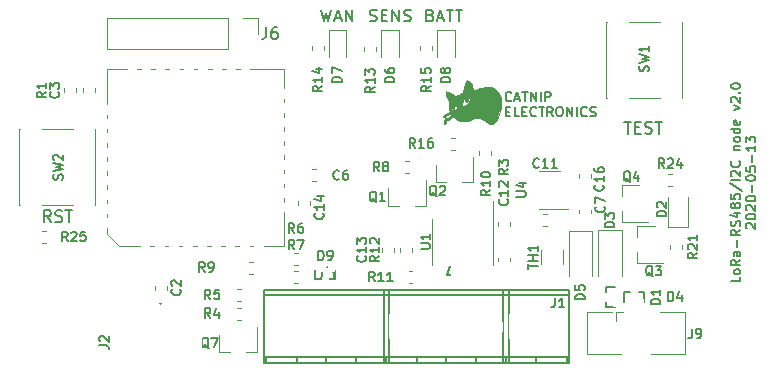
<source format=gbr>
G04 #@! TF.GenerationSoftware,KiCad,Pcbnew,5.99.0-unknown-acdfeee~88~ubuntu18.04.1*
G04 #@! TF.CreationDate,2020-05-13T21:49:14+03:00*
G04 #@! TF.ProjectId,LoRaNode,4c6f5261-4e6f-4646-952e-6b696361645f,1.1*
G04 #@! TF.SameCoordinates,Original*
G04 #@! TF.FileFunction,Legend,Top*
G04 #@! TF.FilePolarity,Positive*
%FSLAX46Y46*%
G04 Gerber Fmt 4.6, Leading zero omitted, Abs format (unit mm)*
G04 Created by KiCad (PCBNEW 5.99.0-unknown-acdfeee~88~ubuntu18.04.1) date 2020-05-13 21:49:14*
%MOMM*%
%LPD*%
G01*
G04 APERTURE LIST*
%ADD10C,0.150000*%
%ADD11C,0.120000*%
%ADD12C,0.010000*%
%ADD13O,1.802000X1.802000*%
%ADD14O,2.100980X2.100980*%
%ADD15O,1.902000X1.202000*%
%ADD16O,2.302000X1.202000*%
%ADD17C,2.000000*%
%ADD18C,3.302000*%
%ADD19C,0.889400*%
G04 APERTURE END LIST*
D10*
X136304761Y-122252380D02*
X136876190Y-122252380D01*
X136590476Y-123252380D02*
X136590476Y-122252380D01*
X137209523Y-122728571D02*
X137542857Y-122728571D01*
X137685714Y-123252380D02*
X137209523Y-123252380D01*
X137209523Y-122252380D01*
X137685714Y-122252380D01*
X138066666Y-123204761D02*
X138209523Y-123252380D01*
X138447619Y-123252380D01*
X138542857Y-123204761D01*
X138590476Y-123157142D01*
X138638095Y-123061904D01*
X138638095Y-122966666D01*
X138590476Y-122871428D01*
X138542857Y-122823809D01*
X138447619Y-122776190D01*
X138257142Y-122728571D01*
X138161904Y-122680952D01*
X138114285Y-122633333D01*
X138066666Y-122538095D01*
X138066666Y-122442857D01*
X138114285Y-122347619D01*
X138161904Y-122300000D01*
X138257142Y-122252380D01*
X138495238Y-122252380D01*
X138638095Y-122300000D01*
X138923809Y-122252380D02*
X139495238Y-122252380D01*
X139209523Y-123252380D02*
X139209523Y-122252380D01*
X87752380Y-130752380D02*
X87419047Y-130276190D01*
X87180952Y-130752380D02*
X87180952Y-129752380D01*
X87561904Y-129752380D01*
X87657142Y-129800000D01*
X87704761Y-129847619D01*
X87752380Y-129942857D01*
X87752380Y-130085714D01*
X87704761Y-130180952D01*
X87657142Y-130228571D01*
X87561904Y-130276190D01*
X87180952Y-130276190D01*
X88133333Y-130704761D02*
X88276190Y-130752380D01*
X88514285Y-130752380D01*
X88609523Y-130704761D01*
X88657142Y-130657142D01*
X88704761Y-130561904D01*
X88704761Y-130466666D01*
X88657142Y-130371428D01*
X88609523Y-130323809D01*
X88514285Y-130276190D01*
X88323809Y-130228571D01*
X88228571Y-130180952D01*
X88180952Y-130133333D01*
X88133333Y-130038095D01*
X88133333Y-129942857D01*
X88180952Y-129847619D01*
X88228571Y-129800000D01*
X88323809Y-129752380D01*
X88561904Y-129752380D01*
X88704761Y-129800000D01*
X88990476Y-129752380D02*
X89561904Y-129752380D01*
X89276190Y-130752380D02*
X89276190Y-129752380D01*
X146117904Y-135380952D02*
X146117904Y-135761904D01*
X145317904Y-135761904D01*
X146117904Y-135000000D02*
X146079809Y-135076190D01*
X146041714Y-135114285D01*
X145965523Y-135152380D01*
X145736952Y-135152380D01*
X145660761Y-135114285D01*
X145622666Y-135076190D01*
X145584571Y-135000000D01*
X145584571Y-134885714D01*
X145622666Y-134809523D01*
X145660761Y-134771428D01*
X145736952Y-134733333D01*
X145965523Y-134733333D01*
X146041714Y-134771428D01*
X146079809Y-134809523D01*
X146117904Y-134885714D01*
X146117904Y-135000000D01*
X146117904Y-133933333D02*
X145736952Y-134200000D01*
X146117904Y-134390476D02*
X145317904Y-134390476D01*
X145317904Y-134085714D01*
X145356000Y-134009523D01*
X145394095Y-133971428D01*
X145470285Y-133933333D01*
X145584571Y-133933333D01*
X145660761Y-133971428D01*
X145698857Y-134009523D01*
X145736952Y-134085714D01*
X145736952Y-134390476D01*
X146117904Y-133247619D02*
X145698857Y-133247619D01*
X145622666Y-133285714D01*
X145584571Y-133361904D01*
X145584571Y-133514285D01*
X145622666Y-133590476D01*
X146079809Y-133247619D02*
X146117904Y-133323809D01*
X146117904Y-133514285D01*
X146079809Y-133590476D01*
X146003619Y-133628571D01*
X145927428Y-133628571D01*
X145851238Y-133590476D01*
X145813142Y-133514285D01*
X145813142Y-133323809D01*
X145775047Y-133247619D01*
X145813142Y-132866666D02*
X145813142Y-132257142D01*
X146117904Y-131419047D02*
X145736952Y-131685714D01*
X146117904Y-131876190D02*
X145317904Y-131876190D01*
X145317904Y-131571428D01*
X145356000Y-131495238D01*
X145394095Y-131457142D01*
X145470285Y-131419047D01*
X145584571Y-131419047D01*
X145660761Y-131457142D01*
X145698857Y-131495238D01*
X145736952Y-131571428D01*
X145736952Y-131876190D01*
X146079809Y-131114285D02*
X146117904Y-131000000D01*
X146117904Y-130809523D01*
X146079809Y-130733333D01*
X146041714Y-130695238D01*
X145965523Y-130657142D01*
X145889333Y-130657142D01*
X145813142Y-130695238D01*
X145775047Y-130733333D01*
X145736952Y-130809523D01*
X145698857Y-130961904D01*
X145660761Y-131038095D01*
X145622666Y-131076190D01*
X145546476Y-131114285D01*
X145470285Y-131114285D01*
X145394095Y-131076190D01*
X145356000Y-131038095D01*
X145317904Y-130961904D01*
X145317904Y-130771428D01*
X145356000Y-130657142D01*
X145584571Y-129971428D02*
X146117904Y-129971428D01*
X145279809Y-130161904D02*
X145851238Y-130352380D01*
X145851238Y-129857142D01*
X145660761Y-129438095D02*
X145622666Y-129514285D01*
X145584571Y-129552380D01*
X145508380Y-129590476D01*
X145470285Y-129590476D01*
X145394095Y-129552380D01*
X145356000Y-129514285D01*
X145317904Y-129438095D01*
X145317904Y-129285714D01*
X145356000Y-129209523D01*
X145394095Y-129171428D01*
X145470285Y-129133333D01*
X145508380Y-129133333D01*
X145584571Y-129171428D01*
X145622666Y-129209523D01*
X145660761Y-129285714D01*
X145660761Y-129438095D01*
X145698857Y-129514285D01*
X145736952Y-129552380D01*
X145813142Y-129590476D01*
X145965523Y-129590476D01*
X146041714Y-129552380D01*
X146079809Y-129514285D01*
X146117904Y-129438095D01*
X146117904Y-129285714D01*
X146079809Y-129209523D01*
X146041714Y-129171428D01*
X145965523Y-129133333D01*
X145813142Y-129133333D01*
X145736952Y-129171428D01*
X145698857Y-129209523D01*
X145660761Y-129285714D01*
X145317904Y-128409523D02*
X145317904Y-128790476D01*
X145698857Y-128828571D01*
X145660761Y-128790476D01*
X145622666Y-128714285D01*
X145622666Y-128523809D01*
X145660761Y-128447619D01*
X145698857Y-128409523D01*
X145775047Y-128371428D01*
X145965523Y-128371428D01*
X146041714Y-128409523D01*
X146079809Y-128447619D01*
X146117904Y-128523809D01*
X146117904Y-128714285D01*
X146079809Y-128790476D01*
X146041714Y-128828571D01*
X145279809Y-127457142D02*
X146308380Y-128142857D01*
X146117904Y-127190476D02*
X145317904Y-127190476D01*
X145394095Y-126847619D02*
X145356000Y-126809523D01*
X145317904Y-126733333D01*
X145317904Y-126542857D01*
X145356000Y-126466666D01*
X145394095Y-126428571D01*
X145470285Y-126390476D01*
X145546476Y-126390476D01*
X145660761Y-126428571D01*
X146117904Y-126885714D01*
X146117904Y-126390476D01*
X146041714Y-125590476D02*
X146079809Y-125628571D01*
X146117904Y-125742857D01*
X146117904Y-125819047D01*
X146079809Y-125933333D01*
X146003619Y-126009523D01*
X145927428Y-126047619D01*
X145775047Y-126085714D01*
X145660761Y-126085714D01*
X145508380Y-126047619D01*
X145432190Y-126009523D01*
X145356000Y-125933333D01*
X145317904Y-125819047D01*
X145317904Y-125742857D01*
X145356000Y-125628571D01*
X145394095Y-125590476D01*
X145584571Y-124638095D02*
X146117904Y-124638095D01*
X145660761Y-124638095D02*
X145622666Y-124600000D01*
X145584571Y-124523809D01*
X145584571Y-124409523D01*
X145622666Y-124333333D01*
X145698857Y-124295238D01*
X146117904Y-124295238D01*
X146117904Y-123800000D02*
X146079809Y-123876190D01*
X146041714Y-123914285D01*
X145965523Y-123952380D01*
X145736952Y-123952380D01*
X145660761Y-123914285D01*
X145622666Y-123876190D01*
X145584571Y-123800000D01*
X145584571Y-123685714D01*
X145622666Y-123609523D01*
X145660761Y-123571428D01*
X145736952Y-123533333D01*
X145965523Y-123533333D01*
X146041714Y-123571428D01*
X146079809Y-123609523D01*
X146117904Y-123685714D01*
X146117904Y-123800000D01*
X146117904Y-122847619D02*
X145317904Y-122847619D01*
X146079809Y-122847619D02*
X146117904Y-122923809D01*
X146117904Y-123076190D01*
X146079809Y-123152380D01*
X146041714Y-123190476D01*
X145965523Y-123228571D01*
X145736952Y-123228571D01*
X145660761Y-123190476D01*
X145622666Y-123152380D01*
X145584571Y-123076190D01*
X145584571Y-122923809D01*
X145622666Y-122847619D01*
X146079809Y-122161904D02*
X146117904Y-122238095D01*
X146117904Y-122390476D01*
X146079809Y-122466666D01*
X146003619Y-122504761D01*
X145698857Y-122504761D01*
X145622666Y-122466666D01*
X145584571Y-122390476D01*
X145584571Y-122238095D01*
X145622666Y-122161904D01*
X145698857Y-122123809D01*
X145775047Y-122123809D01*
X145851238Y-122504761D01*
X145584571Y-121247619D02*
X146117904Y-121057142D01*
X145584571Y-120866666D01*
X145394095Y-120600000D02*
X145356000Y-120561904D01*
X145317904Y-120485714D01*
X145317904Y-120295238D01*
X145356000Y-120219047D01*
X145394095Y-120180952D01*
X145470285Y-120142857D01*
X145546476Y-120142857D01*
X145660761Y-120180952D01*
X146117904Y-120638095D01*
X146117904Y-120142857D01*
X146041714Y-119800000D02*
X146079809Y-119761904D01*
X146117904Y-119800000D01*
X146079809Y-119838095D01*
X146041714Y-119800000D01*
X146117904Y-119800000D01*
X145317904Y-119266666D02*
X145317904Y-119190476D01*
X145356000Y-119114285D01*
X145394095Y-119076190D01*
X145470285Y-119038095D01*
X145622666Y-119000000D01*
X145813142Y-119000000D01*
X145965523Y-119038095D01*
X146041714Y-119076190D01*
X146079809Y-119114285D01*
X146117904Y-119190476D01*
X146117904Y-119266666D01*
X146079809Y-119342857D01*
X146041714Y-119380952D01*
X145965523Y-119419047D01*
X145813142Y-119457142D01*
X145622666Y-119457142D01*
X145470285Y-119419047D01*
X145394095Y-119380952D01*
X145356000Y-119342857D01*
X145317904Y-119266666D01*
X146682095Y-131285714D02*
X146644000Y-131247619D01*
X146605904Y-131171428D01*
X146605904Y-130980952D01*
X146644000Y-130904761D01*
X146682095Y-130866666D01*
X146758285Y-130828571D01*
X146834476Y-130828571D01*
X146948761Y-130866666D01*
X147405904Y-131323809D01*
X147405904Y-130828571D01*
X146605904Y-130333333D02*
X146605904Y-130257142D01*
X146644000Y-130180952D01*
X146682095Y-130142857D01*
X146758285Y-130104761D01*
X146910666Y-130066666D01*
X147101142Y-130066666D01*
X147253523Y-130104761D01*
X147329714Y-130142857D01*
X147367809Y-130180952D01*
X147405904Y-130257142D01*
X147405904Y-130333333D01*
X147367809Y-130409523D01*
X147329714Y-130447619D01*
X147253523Y-130485714D01*
X147101142Y-130523809D01*
X146910666Y-130523809D01*
X146758285Y-130485714D01*
X146682095Y-130447619D01*
X146644000Y-130409523D01*
X146605904Y-130333333D01*
X146682095Y-129761904D02*
X146644000Y-129723809D01*
X146605904Y-129647619D01*
X146605904Y-129457142D01*
X146644000Y-129380952D01*
X146682095Y-129342857D01*
X146758285Y-129304761D01*
X146834476Y-129304761D01*
X146948761Y-129342857D01*
X147405904Y-129800000D01*
X147405904Y-129304761D01*
X146605904Y-128809523D02*
X146605904Y-128733333D01*
X146644000Y-128657142D01*
X146682095Y-128619047D01*
X146758285Y-128580952D01*
X146910666Y-128542857D01*
X147101142Y-128542857D01*
X147253523Y-128580952D01*
X147329714Y-128619047D01*
X147367809Y-128657142D01*
X147405904Y-128733333D01*
X147405904Y-128809523D01*
X147367809Y-128885714D01*
X147329714Y-128923809D01*
X147253523Y-128961904D01*
X147101142Y-129000000D01*
X146910666Y-129000000D01*
X146758285Y-128961904D01*
X146682095Y-128923809D01*
X146644000Y-128885714D01*
X146605904Y-128809523D01*
X147101142Y-128200000D02*
X147101142Y-127590476D01*
X146605904Y-127057142D02*
X146605904Y-126980952D01*
X146644000Y-126904761D01*
X146682095Y-126866666D01*
X146758285Y-126828571D01*
X146910666Y-126790476D01*
X147101142Y-126790476D01*
X147253523Y-126828571D01*
X147329714Y-126866666D01*
X147367809Y-126904761D01*
X147405904Y-126980952D01*
X147405904Y-127057142D01*
X147367809Y-127133333D01*
X147329714Y-127171428D01*
X147253523Y-127209523D01*
X147101142Y-127247619D01*
X146910666Y-127247619D01*
X146758285Y-127209523D01*
X146682095Y-127171428D01*
X146644000Y-127133333D01*
X146605904Y-127057142D01*
X146605904Y-126066666D02*
X146605904Y-126447619D01*
X146986857Y-126485714D01*
X146948761Y-126447619D01*
X146910666Y-126371428D01*
X146910666Y-126180952D01*
X146948761Y-126104761D01*
X146986857Y-126066666D01*
X147063047Y-126028571D01*
X147253523Y-126028571D01*
X147329714Y-126066666D01*
X147367809Y-126104761D01*
X147405904Y-126180952D01*
X147405904Y-126371428D01*
X147367809Y-126447619D01*
X147329714Y-126485714D01*
X147101142Y-125685714D02*
X147101142Y-125076190D01*
X147405904Y-124276190D02*
X147405904Y-124733333D01*
X147405904Y-124504761D02*
X146605904Y-124504761D01*
X146720190Y-124580952D01*
X146796380Y-124657142D01*
X146834476Y-124733333D01*
X146605904Y-124009523D02*
X146605904Y-123514285D01*
X146910666Y-123780952D01*
X146910666Y-123666666D01*
X146948761Y-123590476D01*
X146986857Y-123552380D01*
X147063047Y-123514285D01*
X147253523Y-123514285D01*
X147329714Y-123552380D01*
X147367809Y-123590476D01*
X147405904Y-123666666D01*
X147405904Y-123895238D01*
X147367809Y-123971428D01*
X147329714Y-124009523D01*
X126745119Y-120441714D02*
X126707023Y-120479809D01*
X126592738Y-120517904D01*
X126516547Y-120517904D01*
X126402261Y-120479809D01*
X126326071Y-120403619D01*
X126287976Y-120327428D01*
X126249880Y-120175047D01*
X126249880Y-120060761D01*
X126287976Y-119908380D01*
X126326071Y-119832190D01*
X126402261Y-119756000D01*
X126516547Y-119717904D01*
X126592738Y-119717904D01*
X126707023Y-119756000D01*
X126745119Y-119794095D01*
X127049880Y-120289333D02*
X127430833Y-120289333D01*
X126973690Y-120517904D02*
X127240357Y-119717904D01*
X127507023Y-120517904D01*
X127659404Y-119717904D02*
X128116547Y-119717904D01*
X127887976Y-120517904D02*
X127887976Y-119717904D01*
X128383214Y-120517904D02*
X128383214Y-119717904D01*
X128840357Y-120517904D01*
X128840357Y-119717904D01*
X129221309Y-120517904D02*
X129221309Y-119717904D01*
X129602261Y-120517904D02*
X129602261Y-119717904D01*
X129907023Y-119717904D01*
X129983214Y-119756000D01*
X130021309Y-119794095D01*
X130059404Y-119870285D01*
X130059404Y-119984571D01*
X130021309Y-120060761D01*
X129983214Y-120098857D01*
X129907023Y-120136952D01*
X129602261Y-120136952D01*
X126287976Y-121386857D02*
X126554642Y-121386857D01*
X126668928Y-121805904D02*
X126287976Y-121805904D01*
X126287976Y-121005904D01*
X126668928Y-121005904D01*
X127392738Y-121805904D02*
X127011785Y-121805904D01*
X127011785Y-121005904D01*
X127659404Y-121386857D02*
X127926071Y-121386857D01*
X128040357Y-121805904D02*
X127659404Y-121805904D01*
X127659404Y-121005904D01*
X128040357Y-121005904D01*
X128840357Y-121729714D02*
X128802261Y-121767809D01*
X128687976Y-121805904D01*
X128611785Y-121805904D01*
X128497500Y-121767809D01*
X128421309Y-121691619D01*
X128383214Y-121615428D01*
X128345119Y-121463047D01*
X128345119Y-121348761D01*
X128383214Y-121196380D01*
X128421309Y-121120190D01*
X128497500Y-121044000D01*
X128611785Y-121005904D01*
X128687976Y-121005904D01*
X128802261Y-121044000D01*
X128840357Y-121082095D01*
X129068928Y-121005904D02*
X129526071Y-121005904D01*
X129297500Y-121805904D02*
X129297500Y-121005904D01*
X130249880Y-121805904D02*
X129983214Y-121424952D01*
X129792738Y-121805904D02*
X129792738Y-121005904D01*
X130097500Y-121005904D01*
X130173690Y-121044000D01*
X130211785Y-121082095D01*
X130249880Y-121158285D01*
X130249880Y-121272571D01*
X130211785Y-121348761D01*
X130173690Y-121386857D01*
X130097500Y-121424952D01*
X129792738Y-121424952D01*
X130745119Y-121005904D02*
X130897500Y-121005904D01*
X130973690Y-121044000D01*
X131049880Y-121120190D01*
X131087976Y-121272571D01*
X131087976Y-121539238D01*
X131049880Y-121691619D01*
X130973690Y-121767809D01*
X130897500Y-121805904D01*
X130745119Y-121805904D01*
X130668928Y-121767809D01*
X130592738Y-121691619D01*
X130554642Y-121539238D01*
X130554642Y-121272571D01*
X130592738Y-121120190D01*
X130668928Y-121044000D01*
X130745119Y-121005904D01*
X131430833Y-121805904D02*
X131430833Y-121005904D01*
X131887976Y-121805904D01*
X131887976Y-121005904D01*
X132268928Y-121805904D02*
X132268928Y-121005904D01*
X133107023Y-121729714D02*
X133068928Y-121767809D01*
X132954642Y-121805904D01*
X132878452Y-121805904D01*
X132764166Y-121767809D01*
X132687976Y-121691619D01*
X132649880Y-121615428D01*
X132611785Y-121463047D01*
X132611785Y-121348761D01*
X132649880Y-121196380D01*
X132687976Y-121120190D01*
X132764166Y-121044000D01*
X132878452Y-121005904D01*
X132954642Y-121005904D01*
X133068928Y-121044000D01*
X133107023Y-121082095D01*
X133411785Y-121767809D02*
X133526071Y-121805904D01*
X133716547Y-121805904D01*
X133792738Y-121767809D01*
X133830833Y-121729714D01*
X133868928Y-121653523D01*
X133868928Y-121577333D01*
X133830833Y-121501142D01*
X133792738Y-121463047D01*
X133716547Y-121424952D01*
X133564166Y-121386857D01*
X133487976Y-121348761D01*
X133449880Y-121310666D01*
X133411785Y-121234476D01*
X133411785Y-121158285D01*
X133449880Y-121082095D01*
X133487976Y-121044000D01*
X133564166Y-121005904D01*
X133754642Y-121005904D01*
X133868928Y-121044000D01*
X119880952Y-113228571D02*
X120023809Y-113276190D01*
X120071428Y-113323809D01*
X120119047Y-113419047D01*
X120119047Y-113561904D01*
X120071428Y-113657142D01*
X120023809Y-113704761D01*
X119928571Y-113752380D01*
X119547619Y-113752380D01*
X119547619Y-112752380D01*
X119880952Y-112752380D01*
X119976190Y-112800000D01*
X120023809Y-112847619D01*
X120071428Y-112942857D01*
X120071428Y-113038095D01*
X120023809Y-113133333D01*
X119976190Y-113180952D01*
X119880952Y-113228571D01*
X119547619Y-113228571D01*
X120500000Y-113466666D02*
X120976190Y-113466666D01*
X120404761Y-113752380D02*
X120738095Y-112752380D01*
X121071428Y-113752380D01*
X121261904Y-112752380D02*
X121833333Y-112752380D01*
X121547619Y-113752380D02*
X121547619Y-112752380D01*
X122023809Y-112752380D02*
X122595238Y-112752380D01*
X122309523Y-113752380D02*
X122309523Y-112752380D01*
X114761904Y-113704761D02*
X114904761Y-113752380D01*
X115142857Y-113752380D01*
X115238095Y-113704761D01*
X115285714Y-113657142D01*
X115333333Y-113561904D01*
X115333333Y-113466666D01*
X115285714Y-113371428D01*
X115238095Y-113323809D01*
X115142857Y-113276190D01*
X114952380Y-113228571D01*
X114857142Y-113180952D01*
X114809523Y-113133333D01*
X114761904Y-113038095D01*
X114761904Y-112942857D01*
X114809523Y-112847619D01*
X114857142Y-112800000D01*
X114952380Y-112752380D01*
X115190476Y-112752380D01*
X115333333Y-112800000D01*
X115761904Y-113228571D02*
X116095238Y-113228571D01*
X116238095Y-113752380D02*
X115761904Y-113752380D01*
X115761904Y-112752380D01*
X116238095Y-112752380D01*
X116666666Y-113752380D02*
X116666666Y-112752380D01*
X117238095Y-113752380D01*
X117238095Y-112752380D01*
X117666666Y-113704761D02*
X117809523Y-113752380D01*
X118047619Y-113752380D01*
X118142857Y-113704761D01*
X118190476Y-113657142D01*
X118238095Y-113561904D01*
X118238095Y-113466666D01*
X118190476Y-113371428D01*
X118142857Y-113323809D01*
X118047619Y-113276190D01*
X117857142Y-113228571D01*
X117761904Y-113180952D01*
X117714285Y-113133333D01*
X117666666Y-113038095D01*
X117666666Y-112942857D01*
X117714285Y-112847619D01*
X117761904Y-112800000D01*
X117857142Y-112752380D01*
X118095238Y-112752380D01*
X118238095Y-112800000D01*
X110619047Y-112752380D02*
X110857142Y-113752380D01*
X111047619Y-113038095D01*
X111238095Y-113752380D01*
X111476190Y-112752380D01*
X111809523Y-113466666D02*
X112285714Y-113466666D01*
X111714285Y-113752380D02*
X112047619Y-112752380D01*
X112380952Y-113752380D01*
X112714285Y-113752380D02*
X112714285Y-112752380D01*
X113285714Y-113752380D01*
X113285714Y-112752380D01*
X105976666Y-114252380D02*
X105976666Y-114966666D01*
X105929047Y-115109523D01*
X105833809Y-115204761D01*
X105690952Y-115252380D01*
X105595714Y-115252380D01*
X106881428Y-114252380D02*
X106690952Y-114252380D01*
X106595714Y-114300000D01*
X106548095Y-114347619D01*
X106452857Y-114490476D01*
X106405238Y-114680952D01*
X106405238Y-115061904D01*
X106452857Y-115157142D01*
X106500476Y-115204761D01*
X106595714Y-115252380D01*
X106786190Y-115252380D01*
X106881428Y-115204761D01*
X106929047Y-115157142D01*
X106976666Y-115061904D01*
X106976666Y-114823809D01*
X106929047Y-114728571D01*
X106881428Y-114680952D01*
X106786190Y-114633333D01*
X106595714Y-114633333D01*
X106500476Y-114680952D01*
X106452857Y-114728571D01*
X106405238Y-114823809D01*
X130433333Y-137161904D02*
X130433333Y-137733333D01*
X130395238Y-137847619D01*
X130319047Y-137923809D01*
X130204761Y-137961904D01*
X130128571Y-137961904D01*
X131233333Y-137961904D02*
X130776190Y-137961904D01*
X131004761Y-137961904D02*
X131004761Y-137161904D01*
X130928571Y-137276190D01*
X130852380Y-137352380D01*
X130776190Y-137390476D01*
X98685714Y-136433333D02*
X98723809Y-136471428D01*
X98761904Y-136585714D01*
X98761904Y-136661904D01*
X98723809Y-136776190D01*
X98647619Y-136852380D01*
X98571428Y-136890476D01*
X98419047Y-136928571D01*
X98304761Y-136928571D01*
X98152380Y-136890476D01*
X98076190Y-136852380D01*
X98000000Y-136776190D01*
X97961904Y-136661904D01*
X97961904Y-136585714D01*
X98000000Y-136471428D01*
X98038095Y-136433333D01*
X98038095Y-136128571D02*
X98000000Y-136090476D01*
X97961904Y-136014285D01*
X97961904Y-135823809D01*
X98000000Y-135747619D01*
X98038095Y-135709523D01*
X98114285Y-135671428D01*
X98190476Y-135671428D01*
X98304761Y-135709523D01*
X98761904Y-136166666D01*
X98761904Y-135671428D01*
X120896666Y-134551500D02*
X120896666Y-135265786D01*
X120849047Y-135408643D01*
X120753809Y-135503881D01*
X120610952Y-135551500D01*
X120515714Y-135551500D01*
X121801428Y-134884834D02*
X121801428Y-135551500D01*
X121563333Y-134503881D02*
X121325238Y-135218167D01*
X121944285Y-135218167D01*
X110736666Y-134551500D02*
X110736666Y-135265786D01*
X110689047Y-135408643D01*
X110593809Y-135503881D01*
X110450952Y-135551500D01*
X110355714Y-135551500D01*
X111117619Y-134551500D02*
X111736666Y-134551500D01*
X111403333Y-134932453D01*
X111546190Y-134932453D01*
X111641428Y-134980072D01*
X111689047Y-135027691D01*
X111736666Y-135122929D01*
X111736666Y-135361024D01*
X111689047Y-135456262D01*
X111641428Y-135503881D01*
X111546190Y-135551500D01*
X111260476Y-135551500D01*
X111165238Y-135503881D01*
X111117619Y-135456262D01*
X142033333Y-139761904D02*
X142033333Y-140333333D01*
X141995238Y-140447619D01*
X141919047Y-140523809D01*
X141804761Y-140561904D01*
X141728571Y-140561904D01*
X142452380Y-140561904D02*
X142604761Y-140561904D01*
X142680952Y-140523809D01*
X142719047Y-140485714D01*
X142795238Y-140371428D01*
X142833333Y-140219047D01*
X142833333Y-139914285D01*
X142795238Y-139838095D01*
X142757142Y-139800000D01*
X142680952Y-139761904D01*
X142528571Y-139761904D01*
X142452380Y-139800000D01*
X142414285Y-139838095D01*
X142376190Y-139914285D01*
X142376190Y-140104761D01*
X142414285Y-140180952D01*
X142452380Y-140219047D01*
X142528571Y-140257142D01*
X142680952Y-140257142D01*
X142757142Y-140219047D01*
X142795238Y-140180952D01*
X142833333Y-140104761D01*
X91861904Y-141166666D02*
X92433333Y-141166666D01*
X92547619Y-141204761D01*
X92623809Y-141280952D01*
X92661904Y-141395238D01*
X92661904Y-141471428D01*
X91938095Y-140823809D02*
X91900000Y-140785714D01*
X91861904Y-140709523D01*
X91861904Y-140519047D01*
X91900000Y-140442857D01*
X91938095Y-140404761D01*
X92014285Y-140366666D01*
X92090476Y-140366666D01*
X92204761Y-140404761D01*
X92661904Y-140861904D01*
X92661904Y-140366666D01*
X139841904Y-130240476D02*
X139041904Y-130240476D01*
X139041904Y-130050000D01*
X139080000Y-129935714D01*
X139156190Y-129859523D01*
X139232380Y-129821428D01*
X139384761Y-129783333D01*
X139499047Y-129783333D01*
X139651428Y-129821428D01*
X139727619Y-129859523D01*
X139803809Y-129935714D01*
X139841904Y-130050000D01*
X139841904Y-130240476D01*
X139118095Y-129478571D02*
X139080000Y-129440476D01*
X139041904Y-129364285D01*
X139041904Y-129173809D01*
X139080000Y-129097619D01*
X139118095Y-129059523D01*
X139194285Y-129021428D01*
X139270476Y-129021428D01*
X139384761Y-129059523D01*
X139841904Y-129516666D01*
X139841904Y-129021428D01*
X135441904Y-131190476D02*
X134641904Y-131190476D01*
X134641904Y-131000000D01*
X134680000Y-130885714D01*
X134756190Y-130809523D01*
X134832380Y-130771428D01*
X134984761Y-130733333D01*
X135099047Y-130733333D01*
X135251428Y-130771428D01*
X135327619Y-130809523D01*
X135403809Y-130885714D01*
X135441904Y-131000000D01*
X135441904Y-131190476D01*
X134641904Y-130466666D02*
X134641904Y-129971428D01*
X134946666Y-130238095D01*
X134946666Y-130123809D01*
X134984761Y-130047619D01*
X135022857Y-130009523D01*
X135099047Y-129971428D01*
X135289523Y-129971428D01*
X135365714Y-130009523D01*
X135403809Y-130047619D01*
X135441904Y-130123809D01*
X135441904Y-130352380D01*
X135403809Y-130428571D01*
X135365714Y-130466666D01*
X89185714Y-132361904D02*
X88919047Y-131980952D01*
X88728571Y-132361904D02*
X88728571Y-131561904D01*
X89033333Y-131561904D01*
X89109523Y-131600000D01*
X89147619Y-131638095D01*
X89185714Y-131714285D01*
X89185714Y-131828571D01*
X89147619Y-131904761D01*
X89109523Y-131942857D01*
X89033333Y-131980952D01*
X88728571Y-131980952D01*
X89490476Y-131638095D02*
X89528571Y-131600000D01*
X89604761Y-131561904D01*
X89795238Y-131561904D01*
X89871428Y-131600000D01*
X89909523Y-131638095D01*
X89947619Y-131714285D01*
X89947619Y-131790476D01*
X89909523Y-131904761D01*
X89452380Y-132361904D01*
X89947619Y-132361904D01*
X90671428Y-131561904D02*
X90290476Y-131561904D01*
X90252380Y-131942857D01*
X90290476Y-131904761D01*
X90366666Y-131866666D01*
X90557142Y-131866666D01*
X90633333Y-131904761D01*
X90671428Y-131942857D01*
X90709523Y-132019047D01*
X90709523Y-132209523D01*
X90671428Y-132285714D01*
X90633333Y-132323809D01*
X90557142Y-132361904D01*
X90366666Y-132361904D01*
X90290476Y-132323809D01*
X90252380Y-132285714D01*
X128161904Y-134728571D02*
X128161904Y-134271428D01*
X128961904Y-134500000D02*
X128161904Y-134500000D01*
X128961904Y-134004761D02*
X128161904Y-134004761D01*
X128542857Y-134004761D02*
X128542857Y-133547619D01*
X128961904Y-133547619D02*
X128161904Y-133547619D01*
X128961904Y-132747619D02*
X128961904Y-133204761D01*
X128961904Y-132976190D02*
X128161904Y-132976190D01*
X128276190Y-133052380D01*
X128352380Y-133128571D01*
X128390476Y-133204761D01*
X139685714Y-126161904D02*
X139419047Y-125780952D01*
X139228571Y-126161904D02*
X139228571Y-125361904D01*
X139533333Y-125361904D01*
X139609523Y-125400000D01*
X139647619Y-125438095D01*
X139685714Y-125514285D01*
X139685714Y-125628571D01*
X139647619Y-125704761D01*
X139609523Y-125742857D01*
X139533333Y-125780952D01*
X139228571Y-125780952D01*
X139990476Y-125438095D02*
X140028571Y-125400000D01*
X140104761Y-125361904D01*
X140295238Y-125361904D01*
X140371428Y-125400000D01*
X140409523Y-125438095D01*
X140447619Y-125514285D01*
X140447619Y-125590476D01*
X140409523Y-125704761D01*
X139952380Y-126161904D01*
X140447619Y-126161904D01*
X141133333Y-125628571D02*
X141133333Y-126161904D01*
X140942857Y-125323809D02*
X140752380Y-125895238D01*
X141247619Y-125895238D01*
X142471904Y-133364285D02*
X142090952Y-133630952D01*
X142471904Y-133821428D02*
X141671904Y-133821428D01*
X141671904Y-133516666D01*
X141710000Y-133440476D01*
X141748095Y-133402380D01*
X141824285Y-133364285D01*
X141938571Y-133364285D01*
X142014761Y-133402380D01*
X142052857Y-133440476D01*
X142090952Y-133516666D01*
X142090952Y-133821428D01*
X141748095Y-133059523D02*
X141710000Y-133021428D01*
X141671904Y-132945238D01*
X141671904Y-132754761D01*
X141710000Y-132678571D01*
X141748095Y-132640476D01*
X141824285Y-132602380D01*
X141900476Y-132602380D01*
X142014761Y-132640476D01*
X142471904Y-133097619D01*
X142471904Y-132602380D01*
X142471904Y-131840476D02*
X142471904Y-132297619D01*
X142471904Y-132069047D02*
X141671904Y-132069047D01*
X141786190Y-132145238D01*
X141862380Y-132221428D01*
X141900476Y-132297619D01*
X136823809Y-127338095D02*
X136747619Y-127300000D01*
X136671428Y-127223809D01*
X136557142Y-127109523D01*
X136480952Y-127071428D01*
X136404761Y-127071428D01*
X136442857Y-127261904D02*
X136366666Y-127223809D01*
X136290476Y-127147619D01*
X136252380Y-126995238D01*
X136252380Y-126728571D01*
X136290476Y-126576190D01*
X136366666Y-126500000D01*
X136442857Y-126461904D01*
X136595238Y-126461904D01*
X136671428Y-126500000D01*
X136747619Y-126576190D01*
X136785714Y-126728571D01*
X136785714Y-126995238D01*
X136747619Y-127147619D01*
X136671428Y-127223809D01*
X136595238Y-127261904D01*
X136442857Y-127261904D01*
X137471428Y-126728571D02*
X137471428Y-127261904D01*
X137280952Y-126423809D02*
X137090476Y-126995238D01*
X137585714Y-126995238D01*
X138723809Y-135338095D02*
X138647619Y-135300000D01*
X138571428Y-135223809D01*
X138457142Y-135109523D01*
X138380952Y-135071428D01*
X138304761Y-135071428D01*
X138342857Y-135261904D02*
X138266666Y-135223809D01*
X138190476Y-135147619D01*
X138152380Y-134995238D01*
X138152380Y-134728571D01*
X138190476Y-134576190D01*
X138266666Y-134500000D01*
X138342857Y-134461904D01*
X138495238Y-134461904D01*
X138571428Y-134500000D01*
X138647619Y-134576190D01*
X138685714Y-134728571D01*
X138685714Y-134995238D01*
X138647619Y-135147619D01*
X138571428Y-135223809D01*
X138495238Y-135261904D01*
X138342857Y-135261904D01*
X138952380Y-134461904D02*
X139447619Y-134461904D01*
X139180952Y-134766666D01*
X139295238Y-134766666D01*
X139371428Y-134804761D01*
X139409523Y-134842857D01*
X139447619Y-134919047D01*
X139447619Y-135109523D01*
X139409523Y-135185714D01*
X139371428Y-135223809D01*
X139295238Y-135261904D01*
X139066666Y-135261904D01*
X138990476Y-135223809D01*
X138952380Y-135185714D01*
X132961904Y-137290476D02*
X132161904Y-137290476D01*
X132161904Y-137100000D01*
X132200000Y-136985714D01*
X132276190Y-136909523D01*
X132352380Y-136871428D01*
X132504761Y-136833333D01*
X132619047Y-136833333D01*
X132771428Y-136871428D01*
X132847619Y-136909523D01*
X132923809Y-136985714D01*
X132961904Y-137100000D01*
X132961904Y-137290476D01*
X132161904Y-136109523D02*
X132161904Y-136490476D01*
X132542857Y-136528571D01*
X132504761Y-136490476D01*
X132466666Y-136414285D01*
X132466666Y-136223809D01*
X132504761Y-136147619D01*
X132542857Y-136109523D01*
X132619047Y-136071428D01*
X132809523Y-136071428D01*
X132885714Y-136109523D01*
X132923809Y-136147619D01*
X132961904Y-136223809D01*
X132961904Y-136414285D01*
X132923809Y-136490476D01*
X132885714Y-136528571D01*
X140009523Y-137461904D02*
X140009523Y-136661904D01*
X140200000Y-136661904D01*
X140314285Y-136700000D01*
X140390476Y-136776190D01*
X140428571Y-136852380D01*
X140466666Y-137004761D01*
X140466666Y-137119047D01*
X140428571Y-137271428D01*
X140390476Y-137347619D01*
X140314285Y-137423809D01*
X140200000Y-137461904D01*
X140009523Y-137461904D01*
X141152380Y-136928571D02*
X141152380Y-137461904D01*
X140961904Y-136623809D02*
X140771428Y-137195238D01*
X141266666Y-137195238D01*
X124961904Y-128014285D02*
X124580952Y-128280952D01*
X124961904Y-128471428D02*
X124161904Y-128471428D01*
X124161904Y-128166666D01*
X124200000Y-128090476D01*
X124238095Y-128052380D01*
X124314285Y-128014285D01*
X124428571Y-128014285D01*
X124504761Y-128052380D01*
X124542857Y-128090476D01*
X124580952Y-128166666D01*
X124580952Y-128471428D01*
X124961904Y-127252380D02*
X124961904Y-127709523D01*
X124961904Y-127480952D02*
X124161904Y-127480952D01*
X124276190Y-127557142D01*
X124352380Y-127633333D01*
X124390476Y-127709523D01*
X124161904Y-126757142D02*
X124161904Y-126680952D01*
X124200000Y-126604761D01*
X124238095Y-126566666D01*
X124314285Y-126528571D01*
X124466666Y-126490476D01*
X124657142Y-126490476D01*
X124809523Y-126528571D01*
X124885714Y-126566666D01*
X124923809Y-126604761D01*
X124961904Y-126680952D01*
X124961904Y-126757142D01*
X124923809Y-126833333D01*
X124885714Y-126871428D01*
X124809523Y-126909523D01*
X124657142Y-126947619D01*
X124466666Y-126947619D01*
X124314285Y-126909523D01*
X124238095Y-126871428D01*
X124200000Y-126833333D01*
X124161904Y-126757142D01*
X110409523Y-133961904D02*
X110409523Y-133161904D01*
X110600000Y-133161904D01*
X110714285Y-133200000D01*
X110790476Y-133276190D01*
X110828571Y-133352380D01*
X110866666Y-133504761D01*
X110866666Y-133619047D01*
X110828571Y-133771428D01*
X110790476Y-133847619D01*
X110714285Y-133923809D01*
X110600000Y-133961904D01*
X110409523Y-133961904D01*
X111247619Y-133961904D02*
X111400000Y-133961904D01*
X111476190Y-133923809D01*
X111514285Y-133885714D01*
X111590476Y-133771428D01*
X111628571Y-133619047D01*
X111628571Y-133314285D01*
X111590476Y-133238095D01*
X111552380Y-133200000D01*
X111476190Y-133161904D01*
X111323809Y-133161904D01*
X111247619Y-133200000D01*
X111209523Y-133238095D01*
X111171428Y-133314285D01*
X111171428Y-133504761D01*
X111209523Y-133580952D01*
X111247619Y-133619047D01*
X111323809Y-133657142D01*
X111476190Y-133657142D01*
X111552380Y-133619047D01*
X111590476Y-133580952D01*
X111628571Y-133504761D01*
X120423809Y-128538095D02*
X120347619Y-128500000D01*
X120271428Y-128423809D01*
X120157142Y-128309523D01*
X120080952Y-128271428D01*
X120004761Y-128271428D01*
X120042857Y-128461904D02*
X119966666Y-128423809D01*
X119890476Y-128347619D01*
X119852380Y-128195238D01*
X119852380Y-127928571D01*
X119890476Y-127776190D01*
X119966666Y-127700000D01*
X120042857Y-127661904D01*
X120195238Y-127661904D01*
X120271428Y-127700000D01*
X120347619Y-127776190D01*
X120385714Y-127928571D01*
X120385714Y-128195238D01*
X120347619Y-128347619D01*
X120271428Y-128423809D01*
X120195238Y-128461904D01*
X120042857Y-128461904D01*
X120690476Y-127738095D02*
X120728571Y-127700000D01*
X120804761Y-127661904D01*
X120995238Y-127661904D01*
X121071428Y-127700000D01*
X121109523Y-127738095D01*
X121147619Y-127814285D01*
X121147619Y-127890476D01*
X121109523Y-128004761D01*
X120652380Y-128461904D01*
X121147619Y-128461904D01*
X127161904Y-128609523D02*
X127809523Y-128609523D01*
X127885714Y-128571428D01*
X127923809Y-128533333D01*
X127961904Y-128457142D01*
X127961904Y-128304761D01*
X127923809Y-128228571D01*
X127885714Y-128190476D01*
X127809523Y-128152380D01*
X127161904Y-128152380D01*
X127428571Y-127428571D02*
X127961904Y-127428571D01*
X127123809Y-127619047D02*
X127695238Y-127809523D01*
X127695238Y-127314285D01*
X118585714Y-124461904D02*
X118319047Y-124080952D01*
X118128571Y-124461904D02*
X118128571Y-123661904D01*
X118433333Y-123661904D01*
X118509523Y-123700000D01*
X118547619Y-123738095D01*
X118585714Y-123814285D01*
X118585714Y-123928571D01*
X118547619Y-124004761D01*
X118509523Y-124042857D01*
X118433333Y-124080952D01*
X118128571Y-124080952D01*
X119347619Y-124461904D02*
X118890476Y-124461904D01*
X119119047Y-124461904D02*
X119119047Y-123661904D01*
X119042857Y-123776190D01*
X118966666Y-123852380D01*
X118890476Y-123890476D01*
X120033333Y-123661904D02*
X119880952Y-123661904D01*
X119804761Y-123700000D01*
X119766666Y-123738095D01*
X119690476Y-123852380D01*
X119652380Y-124004761D01*
X119652380Y-124309523D01*
X119690476Y-124385714D01*
X119728571Y-124423809D01*
X119804761Y-124461904D01*
X119957142Y-124461904D01*
X120033333Y-124423809D01*
X120071428Y-124385714D01*
X120109523Y-124309523D01*
X120109523Y-124119047D01*
X120071428Y-124042857D01*
X120033333Y-124004761D01*
X119957142Y-123966666D01*
X119804761Y-123966666D01*
X119728571Y-124004761D01*
X119690476Y-124042857D01*
X119652380Y-124119047D01*
X119917489Y-119214285D02*
X119536537Y-119480952D01*
X119917489Y-119671428D02*
X119117489Y-119671428D01*
X119117489Y-119366666D01*
X119155585Y-119290476D01*
X119193680Y-119252380D01*
X119269870Y-119214285D01*
X119384156Y-119214285D01*
X119460346Y-119252380D01*
X119498442Y-119290476D01*
X119536537Y-119366666D01*
X119536537Y-119671428D01*
X119917489Y-118452380D02*
X119917489Y-118909523D01*
X119917489Y-118680952D02*
X119117489Y-118680952D01*
X119231775Y-118757142D01*
X119307965Y-118833333D01*
X119346061Y-118909523D01*
X119117489Y-117728571D02*
X119117489Y-118109523D01*
X119498442Y-118147619D01*
X119460346Y-118109523D01*
X119422251Y-118033333D01*
X119422251Y-117842857D01*
X119460346Y-117766666D01*
X119498442Y-117728571D01*
X119574632Y-117690476D01*
X119765108Y-117690476D01*
X119841299Y-117728571D01*
X119879394Y-117766666D01*
X119917489Y-117842857D01*
X119917489Y-118033333D01*
X119879394Y-118109523D01*
X119841299Y-118147619D01*
X110719789Y-119214285D02*
X110338837Y-119480952D01*
X110719789Y-119671428D02*
X109919789Y-119671428D01*
X109919789Y-119366666D01*
X109957885Y-119290476D01*
X109995980Y-119252380D01*
X110072170Y-119214285D01*
X110186456Y-119214285D01*
X110262646Y-119252380D01*
X110300742Y-119290476D01*
X110338837Y-119366666D01*
X110338837Y-119671428D01*
X110719789Y-118452380D02*
X110719789Y-118909523D01*
X110719789Y-118680952D02*
X109919789Y-118680952D01*
X110034075Y-118757142D01*
X110110265Y-118833333D01*
X110148361Y-118909523D01*
X110186456Y-117766666D02*
X110719789Y-117766666D01*
X109881694Y-117957142D02*
X110453123Y-118147619D01*
X110453123Y-117652380D01*
X115162040Y-119288911D02*
X114781088Y-119555578D01*
X115162040Y-119746054D02*
X114362040Y-119746054D01*
X114362040Y-119441292D01*
X114400136Y-119365102D01*
X114438231Y-119327006D01*
X114514421Y-119288911D01*
X114628707Y-119288911D01*
X114704897Y-119327006D01*
X114742993Y-119365102D01*
X114781088Y-119441292D01*
X114781088Y-119746054D01*
X115162040Y-118527006D02*
X115162040Y-118984149D01*
X115162040Y-118755578D02*
X114362040Y-118755578D01*
X114476326Y-118831768D01*
X114552516Y-118907959D01*
X114590612Y-118984149D01*
X114362040Y-118260340D02*
X114362040Y-117765102D01*
X114666802Y-118031768D01*
X114666802Y-117917483D01*
X114704897Y-117841292D01*
X114742993Y-117803197D01*
X114819183Y-117765102D01*
X115009659Y-117765102D01*
X115085850Y-117803197D01*
X115123945Y-117841292D01*
X115162040Y-117917483D01*
X115162040Y-118146054D01*
X115123945Y-118222245D01*
X115085850Y-118260340D01*
X121562938Y-118890476D02*
X120762938Y-118890476D01*
X120762938Y-118700000D01*
X120801034Y-118585714D01*
X120877224Y-118509523D01*
X120953414Y-118471428D01*
X121105795Y-118433333D01*
X121220081Y-118433333D01*
X121372462Y-118471428D01*
X121448653Y-118509523D01*
X121524843Y-118585714D01*
X121562938Y-118700000D01*
X121562938Y-118890476D01*
X121105795Y-117976190D02*
X121067700Y-118052380D01*
X121029605Y-118090476D01*
X120953414Y-118128571D01*
X120915319Y-118128571D01*
X120839129Y-118090476D01*
X120801034Y-118052380D01*
X120762938Y-117976190D01*
X120762938Y-117823809D01*
X120801034Y-117747619D01*
X120839129Y-117709523D01*
X120915319Y-117671428D01*
X120953414Y-117671428D01*
X121029605Y-117709523D01*
X121067700Y-117747619D01*
X121105795Y-117823809D01*
X121105795Y-117976190D01*
X121143891Y-118052380D01*
X121181986Y-118090476D01*
X121258176Y-118128571D01*
X121410557Y-118128571D01*
X121486748Y-118090476D01*
X121524843Y-118052380D01*
X121562938Y-117976190D01*
X121562938Y-117823809D01*
X121524843Y-117747619D01*
X121486748Y-117709523D01*
X121410557Y-117671428D01*
X121258176Y-117671428D01*
X121181986Y-117709523D01*
X121143891Y-117747619D01*
X121105795Y-117823809D01*
X112361904Y-118890476D02*
X111561904Y-118890476D01*
X111561904Y-118700000D01*
X111600000Y-118585714D01*
X111676190Y-118509523D01*
X111752380Y-118471428D01*
X111904761Y-118433333D01*
X112019047Y-118433333D01*
X112171428Y-118471428D01*
X112247619Y-118509523D01*
X112323809Y-118585714D01*
X112361904Y-118700000D01*
X112361904Y-118890476D01*
X111561904Y-118166666D02*
X111561904Y-117633333D01*
X112361904Y-117976190D01*
X116825732Y-118890476D02*
X116025732Y-118890476D01*
X116025732Y-118700000D01*
X116063828Y-118585714D01*
X116140018Y-118509523D01*
X116216208Y-118471428D01*
X116368589Y-118433333D01*
X116482875Y-118433333D01*
X116635256Y-118471428D01*
X116711447Y-118509523D01*
X116787637Y-118585714D01*
X116825732Y-118700000D01*
X116825732Y-118890476D01*
X116025732Y-117747619D02*
X116025732Y-117900000D01*
X116063828Y-117976190D01*
X116101923Y-118014285D01*
X116216208Y-118090476D01*
X116368589Y-118128571D01*
X116673351Y-118128571D01*
X116749542Y-118090476D01*
X116787637Y-118052380D01*
X116825732Y-117976190D01*
X116825732Y-117823809D01*
X116787637Y-117747619D01*
X116749542Y-117709523D01*
X116673351Y-117671428D01*
X116482875Y-117671428D01*
X116406685Y-117709523D01*
X116368589Y-117747619D01*
X116330494Y-117823809D01*
X116330494Y-117976190D01*
X116368589Y-118052380D01*
X116406685Y-118090476D01*
X116482875Y-118128571D01*
X110785714Y-130014285D02*
X110823809Y-130052380D01*
X110861904Y-130166666D01*
X110861904Y-130242857D01*
X110823809Y-130357142D01*
X110747619Y-130433333D01*
X110671428Y-130471428D01*
X110519047Y-130509523D01*
X110404761Y-130509523D01*
X110252380Y-130471428D01*
X110176190Y-130433333D01*
X110100000Y-130357142D01*
X110061904Y-130242857D01*
X110061904Y-130166666D01*
X110100000Y-130052380D01*
X110138095Y-130014285D01*
X110861904Y-129252380D02*
X110861904Y-129709523D01*
X110861904Y-129480952D02*
X110061904Y-129480952D01*
X110176190Y-129557142D01*
X110252380Y-129633333D01*
X110290476Y-129709523D01*
X110328571Y-128566666D02*
X110861904Y-128566666D01*
X110023809Y-128757142D02*
X110595238Y-128947619D01*
X110595238Y-128452380D01*
X115561904Y-133614285D02*
X115180952Y-133880952D01*
X115561904Y-134071428D02*
X114761904Y-134071428D01*
X114761904Y-133766666D01*
X114800000Y-133690476D01*
X114838095Y-133652380D01*
X114914285Y-133614285D01*
X115028571Y-133614285D01*
X115104761Y-133652380D01*
X115142857Y-133690476D01*
X115180952Y-133766666D01*
X115180952Y-134071428D01*
X115561904Y-132852380D02*
X115561904Y-133309523D01*
X115561904Y-133080952D02*
X114761904Y-133080952D01*
X114876190Y-133157142D01*
X114952380Y-133233333D01*
X114990476Y-133309523D01*
X114838095Y-132547619D02*
X114800000Y-132509523D01*
X114761904Y-132433333D01*
X114761904Y-132242857D01*
X114800000Y-132166666D01*
X114838095Y-132128571D01*
X114914285Y-132090476D01*
X114990476Y-132090476D01*
X115104761Y-132128571D01*
X115561904Y-132585714D01*
X115561904Y-132090476D01*
X115185714Y-135761904D02*
X114919047Y-135380952D01*
X114728571Y-135761904D02*
X114728571Y-134961904D01*
X115033333Y-134961904D01*
X115109523Y-135000000D01*
X115147619Y-135038095D01*
X115185714Y-135114285D01*
X115185714Y-135228571D01*
X115147619Y-135304761D01*
X115109523Y-135342857D01*
X115033333Y-135380952D01*
X114728571Y-135380952D01*
X115947619Y-135761904D02*
X115490476Y-135761904D01*
X115719047Y-135761904D02*
X115719047Y-134961904D01*
X115642857Y-135076190D01*
X115566666Y-135152380D01*
X115490476Y-135190476D01*
X116709523Y-135761904D02*
X116252380Y-135761904D01*
X116480952Y-135761904D02*
X116480952Y-134961904D01*
X116404761Y-135076190D01*
X116328571Y-135152380D01*
X116252380Y-135190476D01*
X114385714Y-133614285D02*
X114423809Y-133652380D01*
X114461904Y-133766666D01*
X114461904Y-133842857D01*
X114423809Y-133957142D01*
X114347619Y-134033333D01*
X114271428Y-134071428D01*
X114119047Y-134109523D01*
X114004761Y-134109523D01*
X113852380Y-134071428D01*
X113776190Y-134033333D01*
X113700000Y-133957142D01*
X113661904Y-133842857D01*
X113661904Y-133766666D01*
X113700000Y-133652380D01*
X113738095Y-133614285D01*
X114461904Y-132852380D02*
X114461904Y-133309523D01*
X114461904Y-133080952D02*
X113661904Y-133080952D01*
X113776190Y-133157142D01*
X113852380Y-133233333D01*
X113890476Y-133309523D01*
X113661904Y-132585714D02*
X113661904Y-132090476D01*
X113966666Y-132357142D01*
X113966666Y-132242857D01*
X114004761Y-132166666D01*
X114042857Y-132128571D01*
X114119047Y-132090476D01*
X114309523Y-132090476D01*
X114385714Y-132128571D01*
X114423809Y-132166666D01*
X114461904Y-132242857D01*
X114461904Y-132471428D01*
X114423809Y-132547619D01*
X114385714Y-132585714D01*
X115566666Y-126461904D02*
X115300000Y-126080952D01*
X115109523Y-126461904D02*
X115109523Y-125661904D01*
X115414285Y-125661904D01*
X115490476Y-125700000D01*
X115528571Y-125738095D01*
X115566666Y-125814285D01*
X115566666Y-125928571D01*
X115528571Y-126004761D01*
X115490476Y-126042857D01*
X115414285Y-126080952D01*
X115109523Y-126080952D01*
X116023809Y-126004761D02*
X115947619Y-125966666D01*
X115909523Y-125928571D01*
X115871428Y-125852380D01*
X115871428Y-125814285D01*
X115909523Y-125738095D01*
X115947619Y-125700000D01*
X116023809Y-125661904D01*
X116176190Y-125661904D01*
X116252380Y-125700000D01*
X116290476Y-125738095D01*
X116328571Y-125814285D01*
X116328571Y-125852380D01*
X116290476Y-125928571D01*
X116252380Y-125966666D01*
X116176190Y-126004761D01*
X116023809Y-126004761D01*
X115947619Y-126042857D01*
X115909523Y-126080952D01*
X115871428Y-126157142D01*
X115871428Y-126309523D01*
X115909523Y-126385714D01*
X115947619Y-126423809D01*
X116023809Y-126461904D01*
X116176190Y-126461904D01*
X116252380Y-126423809D01*
X116290476Y-126385714D01*
X116328571Y-126309523D01*
X116328571Y-126157142D01*
X116290476Y-126080952D01*
X116252380Y-126042857D01*
X116176190Y-126004761D01*
X115323809Y-129038095D02*
X115247619Y-129000000D01*
X115171428Y-128923809D01*
X115057142Y-128809523D01*
X114980952Y-128771428D01*
X114904761Y-128771428D01*
X114942857Y-128961904D02*
X114866666Y-128923809D01*
X114790476Y-128847619D01*
X114752380Y-128695238D01*
X114752380Y-128428571D01*
X114790476Y-128276190D01*
X114866666Y-128200000D01*
X114942857Y-128161904D01*
X115095238Y-128161904D01*
X115171428Y-128200000D01*
X115247619Y-128276190D01*
X115285714Y-128428571D01*
X115285714Y-128695238D01*
X115247619Y-128847619D01*
X115171428Y-128923809D01*
X115095238Y-128961904D01*
X114942857Y-128961904D01*
X116047619Y-128961904D02*
X115590476Y-128961904D01*
X115819047Y-128961904D02*
X115819047Y-128161904D01*
X115742857Y-128276190D01*
X115666666Y-128352380D01*
X115590476Y-128390476D01*
X119061904Y-133009523D02*
X119709523Y-133009523D01*
X119785714Y-132971428D01*
X119823809Y-132933333D01*
X119861904Y-132857142D01*
X119861904Y-132704761D01*
X119823809Y-132628571D01*
X119785714Y-132590476D01*
X119709523Y-132552380D01*
X119061904Y-132552380D01*
X119861904Y-131752380D02*
X119861904Y-132209523D01*
X119861904Y-131980952D02*
X119061904Y-131980952D01*
X119176190Y-132057142D01*
X119252380Y-132133333D01*
X119290476Y-132209523D01*
X88723809Y-127166666D02*
X88761904Y-127052380D01*
X88761904Y-126861904D01*
X88723809Y-126785714D01*
X88685714Y-126747619D01*
X88609523Y-126709523D01*
X88533333Y-126709523D01*
X88457142Y-126747619D01*
X88419047Y-126785714D01*
X88380952Y-126861904D01*
X88342857Y-127014285D01*
X88304761Y-127090476D01*
X88266666Y-127128571D01*
X88190476Y-127166666D01*
X88114285Y-127166666D01*
X88038095Y-127128571D01*
X88000000Y-127090476D01*
X87961904Y-127014285D01*
X87961904Y-126823809D01*
X88000000Y-126709523D01*
X87961904Y-126442857D02*
X88761904Y-126252380D01*
X88190476Y-126100000D01*
X88761904Y-125947619D01*
X87961904Y-125757142D01*
X88038095Y-125490476D02*
X88000000Y-125452380D01*
X87961904Y-125376190D01*
X87961904Y-125185714D01*
X88000000Y-125109523D01*
X88038095Y-125071428D01*
X88114285Y-125033333D01*
X88190476Y-125033333D01*
X88304761Y-125071428D01*
X88761904Y-125528571D01*
X88761904Y-125033333D01*
X138323809Y-117966666D02*
X138361904Y-117852380D01*
X138361904Y-117661904D01*
X138323809Y-117585714D01*
X138285714Y-117547619D01*
X138209523Y-117509523D01*
X138133333Y-117509523D01*
X138057142Y-117547619D01*
X138019047Y-117585714D01*
X137980952Y-117661904D01*
X137942857Y-117814285D01*
X137904761Y-117890476D01*
X137866666Y-117928571D01*
X137790476Y-117966666D01*
X137714285Y-117966666D01*
X137638095Y-117928571D01*
X137600000Y-117890476D01*
X137561904Y-117814285D01*
X137561904Y-117623809D01*
X137600000Y-117509523D01*
X137561904Y-117242857D02*
X138361904Y-117052380D01*
X137790476Y-116900000D01*
X138361904Y-116747619D01*
X137561904Y-116557142D01*
X138361904Y-115833333D02*
X138361904Y-116290476D01*
X138361904Y-116061904D02*
X137561904Y-116061904D01*
X137676190Y-116138095D01*
X137752380Y-116214285D01*
X137790476Y-116290476D01*
X100766666Y-134961904D02*
X100500000Y-134580952D01*
X100309523Y-134961904D02*
X100309523Y-134161904D01*
X100614285Y-134161904D01*
X100690476Y-134200000D01*
X100728571Y-134238095D01*
X100766666Y-134314285D01*
X100766666Y-134428571D01*
X100728571Y-134504761D01*
X100690476Y-134542857D01*
X100614285Y-134580952D01*
X100309523Y-134580952D01*
X101147619Y-134961904D02*
X101300000Y-134961904D01*
X101376190Y-134923809D01*
X101414285Y-134885714D01*
X101490476Y-134771428D01*
X101528571Y-134619047D01*
X101528571Y-134314285D01*
X101490476Y-134238095D01*
X101452380Y-134200000D01*
X101376190Y-134161904D01*
X101223809Y-134161904D01*
X101147619Y-134200000D01*
X101109523Y-134238095D01*
X101071428Y-134314285D01*
X101071428Y-134504761D01*
X101109523Y-134580952D01*
X101147619Y-134619047D01*
X101223809Y-134657142D01*
X101376190Y-134657142D01*
X101452380Y-134619047D01*
X101490476Y-134580952D01*
X101528571Y-134504761D01*
X108366666Y-133061904D02*
X108100000Y-132680952D01*
X107909523Y-133061904D02*
X107909523Y-132261904D01*
X108214285Y-132261904D01*
X108290476Y-132300000D01*
X108328571Y-132338095D01*
X108366666Y-132414285D01*
X108366666Y-132528571D01*
X108328571Y-132604761D01*
X108290476Y-132642857D01*
X108214285Y-132680952D01*
X107909523Y-132680952D01*
X108633333Y-132261904D02*
X109166666Y-132261904D01*
X108823809Y-133061904D01*
X108366666Y-131661904D02*
X108100000Y-131280952D01*
X107909523Y-131661904D02*
X107909523Y-130861904D01*
X108214285Y-130861904D01*
X108290476Y-130900000D01*
X108328571Y-130938095D01*
X108366666Y-131014285D01*
X108366666Y-131128571D01*
X108328571Y-131204761D01*
X108290476Y-131242857D01*
X108214285Y-131280952D01*
X107909523Y-131280952D01*
X109052380Y-130861904D02*
X108900000Y-130861904D01*
X108823809Y-130900000D01*
X108785714Y-130938095D01*
X108709523Y-131052380D01*
X108671428Y-131204761D01*
X108671428Y-131509523D01*
X108709523Y-131585714D01*
X108747619Y-131623809D01*
X108823809Y-131661904D01*
X108976190Y-131661904D01*
X109052380Y-131623809D01*
X109090476Y-131585714D01*
X109128571Y-131509523D01*
X109128571Y-131319047D01*
X109090476Y-131242857D01*
X109052380Y-131204761D01*
X108976190Y-131166666D01*
X108823809Y-131166666D01*
X108747619Y-131204761D01*
X108709523Y-131242857D01*
X108671428Y-131319047D01*
X101266665Y-137261903D02*
X100999999Y-136880951D01*
X100809522Y-137261903D02*
X100809522Y-136461903D01*
X101114284Y-136461903D01*
X101190475Y-136499999D01*
X101228570Y-136538094D01*
X101266665Y-136614284D01*
X101266665Y-136728570D01*
X101228570Y-136804760D01*
X101190475Y-136842856D01*
X101114284Y-136880951D01*
X100809522Y-136880951D01*
X101990475Y-136461903D02*
X101609522Y-136461903D01*
X101571427Y-136842856D01*
X101609522Y-136804760D01*
X101685713Y-136766665D01*
X101876189Y-136766665D01*
X101952379Y-136804760D01*
X101990475Y-136842856D01*
X102028570Y-136919046D01*
X102028570Y-137109522D01*
X101990475Y-137185713D01*
X101952379Y-137223808D01*
X101876189Y-137261903D01*
X101685713Y-137261903D01*
X101609522Y-137223808D01*
X101571427Y-137185713D01*
X101266665Y-138861903D02*
X100999999Y-138480951D01*
X100809522Y-138861903D02*
X100809522Y-138061903D01*
X101114284Y-138061903D01*
X101190475Y-138099999D01*
X101228570Y-138138094D01*
X101266665Y-138214284D01*
X101266665Y-138328570D01*
X101228570Y-138404760D01*
X101190475Y-138442856D01*
X101114284Y-138480951D01*
X100809522Y-138480951D01*
X101952379Y-138328570D02*
X101952379Y-138861903D01*
X101761903Y-138023808D02*
X101571427Y-138595237D01*
X102066665Y-138595237D01*
X126461904Y-126245833D02*
X126080952Y-126512500D01*
X126461904Y-126702976D02*
X125661904Y-126702976D01*
X125661904Y-126398214D01*
X125700000Y-126322023D01*
X125738095Y-126283928D01*
X125814285Y-126245833D01*
X125928571Y-126245833D01*
X126004761Y-126283928D01*
X126042857Y-126322023D01*
X126080952Y-126398214D01*
X126080952Y-126702976D01*
X125661904Y-125979166D02*
X125661904Y-125483928D01*
X125966666Y-125750595D01*
X125966666Y-125636309D01*
X126004761Y-125560119D01*
X126042857Y-125522023D01*
X126119047Y-125483928D01*
X126309523Y-125483928D01*
X126385714Y-125522023D01*
X126423809Y-125560119D01*
X126461904Y-125636309D01*
X126461904Y-125864880D01*
X126423809Y-125941071D01*
X126385714Y-125979166D01*
X87361904Y-119733333D02*
X86980952Y-120000000D01*
X87361904Y-120190476D02*
X86561904Y-120190476D01*
X86561904Y-119885714D01*
X86600000Y-119809523D01*
X86638095Y-119771428D01*
X86714285Y-119733333D01*
X86828571Y-119733333D01*
X86904761Y-119771428D01*
X86942857Y-119809523D01*
X86980952Y-119885714D01*
X86980952Y-120190476D01*
X87361904Y-118971428D02*
X87361904Y-119428571D01*
X87361904Y-119200000D02*
X86561904Y-119200000D01*
X86676190Y-119276190D01*
X86752380Y-119352380D01*
X86790476Y-119428571D01*
X101123809Y-141438095D02*
X101047619Y-141400000D01*
X100971428Y-141323809D01*
X100857142Y-141209523D01*
X100780952Y-141171428D01*
X100704761Y-141171428D01*
X100742857Y-141361904D02*
X100666666Y-141323809D01*
X100590476Y-141247619D01*
X100552380Y-141095238D01*
X100552380Y-140828571D01*
X100590476Y-140676190D01*
X100666666Y-140600000D01*
X100742857Y-140561904D01*
X100895238Y-140561904D01*
X100971428Y-140600000D01*
X101047619Y-140676190D01*
X101085714Y-140828571D01*
X101085714Y-141095238D01*
X101047619Y-141247619D01*
X100971428Y-141323809D01*
X100895238Y-141361904D01*
X100742857Y-141361904D01*
X101352380Y-140561904D02*
X101885714Y-140561904D01*
X101542857Y-141361904D01*
X139361904Y-137690476D02*
X138561904Y-137690476D01*
X138561904Y-137500000D01*
X138600000Y-137385714D01*
X138676190Y-137309523D01*
X138752380Y-137271428D01*
X138904761Y-137233333D01*
X139019047Y-137233333D01*
X139171428Y-137271428D01*
X139247619Y-137309523D01*
X139323809Y-137385714D01*
X139361904Y-137500000D01*
X139361904Y-137690476D01*
X139361904Y-136471428D02*
X139361904Y-136928571D01*
X139361904Y-136700000D02*
X138561904Y-136700000D01*
X138676190Y-136776190D01*
X138752380Y-136852380D01*
X138790476Y-136928571D01*
X134485714Y-127614285D02*
X134523809Y-127652380D01*
X134561904Y-127766666D01*
X134561904Y-127842857D01*
X134523809Y-127957142D01*
X134447619Y-128033333D01*
X134371428Y-128071428D01*
X134219047Y-128109523D01*
X134104761Y-128109523D01*
X133952380Y-128071428D01*
X133876190Y-128033333D01*
X133800000Y-127957142D01*
X133761904Y-127842857D01*
X133761904Y-127766666D01*
X133800000Y-127652380D01*
X133838095Y-127614285D01*
X134561904Y-126852380D02*
X134561904Y-127309523D01*
X134561904Y-127080952D02*
X133761904Y-127080952D01*
X133876190Y-127157142D01*
X133952380Y-127233333D01*
X133990476Y-127309523D01*
X133761904Y-126166666D02*
X133761904Y-126319047D01*
X133800000Y-126395238D01*
X133838095Y-126433333D01*
X133952380Y-126509523D01*
X134104761Y-126547619D01*
X134409523Y-126547619D01*
X134485714Y-126509523D01*
X134523809Y-126471428D01*
X134561904Y-126395238D01*
X134561904Y-126242857D01*
X134523809Y-126166666D01*
X134485714Y-126128571D01*
X134409523Y-126090476D01*
X134219047Y-126090476D01*
X134142857Y-126128571D01*
X134104761Y-126166666D01*
X134066666Y-126242857D01*
X134066666Y-126395238D01*
X134104761Y-126471428D01*
X134142857Y-126509523D01*
X134219047Y-126547619D01*
X126385714Y-128826785D02*
X126423809Y-128864880D01*
X126461904Y-128979166D01*
X126461904Y-129055357D01*
X126423809Y-129169642D01*
X126347619Y-129245833D01*
X126271428Y-129283928D01*
X126119047Y-129322023D01*
X126004761Y-129322023D01*
X125852380Y-129283928D01*
X125776190Y-129245833D01*
X125700000Y-129169642D01*
X125661904Y-129055357D01*
X125661904Y-128979166D01*
X125700000Y-128864880D01*
X125738095Y-128826785D01*
X126461904Y-128064880D02*
X126461904Y-128522023D01*
X126461904Y-128293452D02*
X125661904Y-128293452D01*
X125776190Y-128369642D01*
X125852380Y-128445833D01*
X125890476Y-128522023D01*
X125738095Y-127760119D02*
X125700000Y-127722023D01*
X125661904Y-127645833D01*
X125661904Y-127455357D01*
X125700000Y-127379166D01*
X125738095Y-127341071D01*
X125814285Y-127302976D01*
X125890476Y-127302976D01*
X126004761Y-127341071D01*
X126461904Y-127798214D01*
X126461904Y-127302976D01*
X129085714Y-126085714D02*
X129047619Y-126123809D01*
X128933333Y-126161904D01*
X128857142Y-126161904D01*
X128742857Y-126123809D01*
X128666666Y-126047619D01*
X128628571Y-125971428D01*
X128590476Y-125819047D01*
X128590476Y-125704761D01*
X128628571Y-125552380D01*
X128666666Y-125476190D01*
X128742857Y-125400000D01*
X128857142Y-125361904D01*
X128933333Y-125361904D01*
X129047619Y-125400000D01*
X129085714Y-125438095D01*
X129847619Y-126161904D02*
X129390476Y-126161904D01*
X129619047Y-126161904D02*
X129619047Y-125361904D01*
X129542857Y-125476190D01*
X129466666Y-125552380D01*
X129390476Y-125590476D01*
X130609523Y-126161904D02*
X130152380Y-126161904D01*
X130380952Y-126161904D02*
X130380952Y-125361904D01*
X130304761Y-125476190D01*
X130228571Y-125552380D01*
X130152380Y-125590476D01*
X134585714Y-129433333D02*
X134623809Y-129471428D01*
X134661904Y-129585714D01*
X134661904Y-129661904D01*
X134623809Y-129776190D01*
X134547619Y-129852380D01*
X134471428Y-129890476D01*
X134319047Y-129928571D01*
X134204761Y-129928571D01*
X134052380Y-129890476D01*
X133976190Y-129852380D01*
X133900000Y-129776190D01*
X133861904Y-129661904D01*
X133861904Y-129585714D01*
X133900000Y-129471428D01*
X133938095Y-129433333D01*
X133861904Y-129166666D02*
X133861904Y-128633333D01*
X134661904Y-128976190D01*
X112166666Y-127085714D02*
X112128571Y-127123809D01*
X112014285Y-127161904D01*
X111938095Y-127161904D01*
X111823809Y-127123809D01*
X111747619Y-127047619D01*
X111709523Y-126971428D01*
X111671428Y-126819047D01*
X111671428Y-126704761D01*
X111709523Y-126552380D01*
X111747619Y-126476190D01*
X111823809Y-126400000D01*
X111938095Y-126361904D01*
X112014285Y-126361904D01*
X112128571Y-126400000D01*
X112166666Y-126438095D01*
X112852380Y-126361904D02*
X112700000Y-126361904D01*
X112623809Y-126400000D01*
X112585714Y-126438095D01*
X112509523Y-126552380D01*
X112471428Y-126704761D01*
X112471428Y-127009523D01*
X112509523Y-127085714D01*
X112547619Y-127123809D01*
X112623809Y-127161904D01*
X112776190Y-127161904D01*
X112852380Y-127123809D01*
X112890476Y-127085714D01*
X112928571Y-127009523D01*
X112928571Y-126819047D01*
X112890476Y-126742857D01*
X112852380Y-126704761D01*
X112776190Y-126666666D01*
X112623809Y-126666666D01*
X112547619Y-126704761D01*
X112509523Y-126742857D01*
X112471428Y-126819047D01*
X88385714Y-119733333D02*
X88423809Y-119771428D01*
X88461904Y-119885714D01*
X88461904Y-119961904D01*
X88423809Y-120076190D01*
X88347619Y-120152380D01*
X88271428Y-120190476D01*
X88119047Y-120228571D01*
X88004761Y-120228571D01*
X87852380Y-120190476D01*
X87776190Y-120152380D01*
X87700000Y-120076190D01*
X87661904Y-119961904D01*
X87661904Y-119885714D01*
X87700000Y-119771428D01*
X87738095Y-119733333D01*
X87661904Y-119466666D02*
X87661904Y-118971428D01*
X87966666Y-119238095D01*
X87966666Y-119123809D01*
X88004761Y-119047619D01*
X88042857Y-119009523D01*
X88119047Y-118971428D01*
X88309523Y-118971428D01*
X88385714Y-119009523D01*
X88423809Y-119047619D01*
X88461904Y-119123809D01*
X88461904Y-119352380D01*
X88423809Y-119428571D01*
X88385714Y-119466666D01*
D11*
X92490000Y-113470000D02*
X92490000Y-116130000D01*
X102710000Y-113470000D02*
X92490000Y-113470000D01*
X102710000Y-116130000D02*
X92490000Y-116130000D01*
X102710000Y-113470000D02*
X102710000Y-116130000D01*
X103980000Y-113470000D02*
X105310000Y-113470000D01*
X105310000Y-113470000D02*
X105310000Y-114800000D01*
D10*
X131649080Y-142200960D02*
X126050920Y-142200960D01*
X126249040Y-142698800D02*
X126249040Y-142200960D01*
X131450960Y-142200960D02*
X131450960Y-142698800D01*
X128850000Y-142698800D02*
X128850000Y-142200960D01*
X126050920Y-136899980D02*
X131649080Y-136899980D01*
X126050920Y-142698800D02*
X131649080Y-142698800D01*
X131649080Y-142698800D02*
X131649080Y-136501200D01*
X131649080Y-136501200D02*
X126050920Y-136501200D01*
X126050920Y-136501200D02*
X126050920Y-142698800D01*
D11*
X96590000Y-136137221D02*
X96590000Y-136462779D01*
X97610000Y-136137221D02*
X97610000Y-136462779D01*
D10*
X126530980Y-136501200D02*
X115929020Y-136501200D01*
X115929020Y-136899980D02*
X126530980Y-136899980D01*
X115929020Y-142200960D02*
X126530980Y-142200960D01*
X126530980Y-142698800D02*
X115929020Y-142698800D01*
X123726820Y-142200960D02*
X123726820Y-142698800D01*
X121230000Y-142200960D02*
X121230000Y-142698800D01*
X116132220Y-142698800D02*
X116132220Y-142200960D01*
X126330320Y-142200960D02*
X126330320Y-142698800D01*
X118733180Y-142698800D02*
X118733180Y-142200960D01*
X126528440Y-142698800D02*
X126528440Y-136501200D01*
X115934100Y-136501200D02*
X115934100Y-142698800D01*
X116370980Y-136501200D02*
X105769020Y-136501200D01*
X105769020Y-136899980D02*
X116370980Y-136899980D01*
X105769020Y-142200960D02*
X116370980Y-142200960D01*
X116370980Y-142698800D02*
X105769020Y-142698800D01*
X113566820Y-142200960D02*
X113566820Y-142698800D01*
X111070000Y-142200960D02*
X111070000Y-142698800D01*
X105972220Y-142698800D02*
X105972220Y-142200960D01*
X116170320Y-142200960D02*
X116170320Y-142698800D01*
X108573180Y-142698800D02*
X108573180Y-142200960D01*
X116368440Y-142698800D02*
X116368440Y-136501200D01*
X105774100Y-136501200D02*
X105774100Y-142698800D01*
D11*
X107500000Y-132800000D02*
X107500000Y-117800000D01*
X107500000Y-117800000D02*
X92500000Y-117800000D01*
X92500000Y-117800000D02*
X92500000Y-131800000D01*
X107500000Y-132800000D02*
X93500000Y-132800000D01*
X92500000Y-131800000D02*
X93500000Y-132800000D01*
X135600000Y-139150000D02*
X135600000Y-138400000D01*
X135600000Y-138400000D02*
X136200000Y-138400000D01*
X135300000Y-138400000D02*
X133150000Y-138400000D01*
X141450000Y-138400000D02*
X141450000Y-141950000D01*
X133150000Y-141950000D02*
X136050000Y-141950000D01*
X133150000Y-138400000D02*
X133150000Y-141950000D01*
X141450000Y-141950000D02*
X138550000Y-141950000D01*
X139300000Y-138400000D02*
X141450000Y-138400000D01*
X97000000Y-137690000D02*
X97250000Y-137190000D01*
X97250000Y-137190000D02*
X96750000Y-137190000D01*
X96750000Y-137190000D02*
X97000000Y-137690000D01*
X140030000Y-131150000D02*
X141730000Y-131150000D01*
X141730000Y-131150000D02*
X141730000Y-128600000D01*
X140030000Y-131150000D02*
X140030000Y-128600000D01*
X136080000Y-131450000D02*
X136080000Y-135350000D01*
X134080000Y-131450000D02*
X134080000Y-135350000D01*
X136080000Y-131450000D02*
X134080000Y-131450000D01*
X87037221Y-131490000D02*
X87362779Y-131490000D01*
X87037221Y-132510000D02*
X87362779Y-132510000D01*
X129290000Y-134302064D02*
X129290000Y-133097936D01*
X131110000Y-134302064D02*
X131110000Y-133097936D01*
X140362779Y-126690000D02*
X140037221Y-126690000D01*
X140362779Y-127710000D02*
X140037221Y-127710000D01*
X140170000Y-132687221D02*
X140170000Y-133012779D01*
X141190000Y-132687221D02*
X141190000Y-133012779D01*
X136120000Y-127570000D02*
X137580000Y-127570000D01*
X136120000Y-130730000D02*
X138280000Y-130730000D01*
X136120000Y-130730000D02*
X136120000Y-129800000D01*
X136120000Y-127570000D02*
X136120000Y-128500000D01*
X137420000Y-131070000D02*
X138880000Y-131070000D01*
X137420000Y-134230000D02*
X139580000Y-134230000D01*
X137420000Y-134230000D02*
X137420000Y-133300000D01*
X137420000Y-131070000D02*
X137420000Y-132000000D01*
X133600000Y-131500000D02*
X133600000Y-135350000D01*
X131600000Y-131500000D02*
X131600000Y-135350000D01*
X133600000Y-131500000D02*
X131600000Y-131500000D01*
D10*
X136300000Y-136676584D02*
X136300000Y-137476584D01*
X137550000Y-136676584D02*
X138000000Y-136676584D01*
X136300000Y-136676584D02*
X136750000Y-136676584D01*
X138000000Y-136676584D02*
X138000000Y-137476584D01*
D11*
X125010000Y-125062779D02*
X125010000Y-124737221D01*
X123990000Y-125062779D02*
X123990000Y-124737221D01*
D10*
X110150000Y-135600000D02*
X110150000Y-134800000D01*
X111850000Y-135600000D02*
X111400000Y-135600000D01*
X110600000Y-135600000D02*
X110150000Y-135600000D01*
X111850000Y-135600000D02*
X111850000Y-134800000D01*
D11*
X120320000Y-127360000D02*
X120320000Y-125900000D01*
X123480000Y-127360000D02*
X123480000Y-125200000D01*
X123480000Y-127360000D02*
X122550000Y-127360000D01*
X120320000Y-127360000D02*
X121250000Y-127360000D01*
X130880000Y-126440000D02*
X129080000Y-126440000D01*
X129080000Y-129660000D02*
X131530000Y-129660000D01*
X121962779Y-123590000D02*
X121637221Y-123590000D01*
X121962779Y-124610000D02*
X121637221Y-124610000D01*
G36*
X123006519Y-120333329D02*
G01*
X123049238Y-120358095D01*
X123078718Y-120414389D01*
X123074648Y-120479824D01*
X123040166Y-120536500D01*
X122981688Y-120573717D01*
X122919202Y-120569684D01*
X122875543Y-120545883D01*
X122837317Y-120495540D01*
X122830291Y-120427754D01*
X122850411Y-120365775D01*
X122887630Y-120335709D01*
X122945500Y-120324668D01*
X123006519Y-120333329D01*
G37*
D12*
X123006519Y-120333329D02*
X123049238Y-120358095D01*
X123078718Y-120414389D01*
X123074648Y-120479824D01*
X123040166Y-120536500D01*
X122981688Y-120573717D01*
X122919202Y-120569684D01*
X122875543Y-120545883D01*
X122837317Y-120495540D01*
X122830291Y-120427754D01*
X122850411Y-120365775D01*
X122887630Y-120335709D01*
X122945500Y-120324668D01*
X123006519Y-120333329D01*
G36*
X121883358Y-121005958D02*
G01*
X121913676Y-121045841D01*
X121910265Y-121093965D01*
X121905506Y-121102708D01*
X121864034Y-121136114D01*
X121808781Y-121145450D01*
X121759425Y-121128658D01*
X121749367Y-121119026D01*
X121732271Y-121071371D01*
X121746854Y-121023947D01*
X121784882Y-120991092D01*
X121826419Y-120984902D01*
X121883358Y-121005958D01*
G37*
X121883358Y-121005958D02*
X121913676Y-121045841D01*
X121910265Y-121093965D01*
X121905506Y-121102708D01*
X121864034Y-121136114D01*
X121808781Y-121145450D01*
X121759425Y-121128658D01*
X121749367Y-121119026D01*
X121732271Y-121071371D01*
X121746854Y-121023947D01*
X121784882Y-120991092D01*
X121826419Y-120984902D01*
X121883358Y-121005958D01*
G36*
X121443220Y-120977010D02*
G01*
X121441236Y-120852681D01*
X122542319Y-120852681D01*
X122545065Y-120878912D01*
X122574562Y-120892064D01*
X122632775Y-120896625D01*
X122707149Y-120893428D01*
X122785128Y-120883305D01*
X122854157Y-120867087D01*
X122882235Y-120856572D01*
X122985698Y-120788263D01*
X123079767Y-120684793D01*
X123159795Y-120553068D01*
X123221138Y-120399992D01*
X123242556Y-120321064D01*
X123246804Y-120283340D01*
X123230206Y-120261503D01*
X123183035Y-120244243D01*
X123174370Y-120241807D01*
X123026261Y-120218149D01*
X122894668Y-120232839D01*
X122781267Y-120284576D01*
X122687732Y-120372063D01*
X122615738Y-120494000D01*
X122566959Y-120649088D01*
X122553899Y-120723083D01*
X122545399Y-120796335D01*
X122542319Y-120852681D01*
X121441236Y-120852681D01*
X121440670Y-120817222D01*
X121449873Y-120716416D01*
X121457321Y-120660892D01*
X121458714Y-120615488D01*
X121451752Y-120570005D01*
X121434137Y-120514240D01*
X121403567Y-120437994D01*
X121368751Y-120356583D01*
X121290983Y-120169534D01*
X121234148Y-120016847D01*
X121197819Y-119896333D01*
X121181572Y-119805803D01*
X121184984Y-119743066D01*
X121207628Y-119705934D01*
X121240069Y-119693081D01*
X121320899Y-119699474D01*
X121427502Y-119737026D01*
X121558060Y-119804788D01*
X121710753Y-119901815D01*
X121883762Y-120027158D01*
X121887761Y-120030211D01*
X121994773Y-120111968D01*
X122299858Y-119953412D01*
X122403915Y-119898836D01*
X122494934Y-119850160D01*
X122566165Y-119811069D01*
X122610855Y-119785247D01*
X122622456Y-119777343D01*
X122633639Y-119751051D01*
X122651547Y-119691886D01*
X122673810Y-119608320D01*
X122698062Y-119508824D01*
X122700745Y-119497289D01*
X122747351Y-119307519D01*
X122793921Y-119139771D01*
X122838832Y-118999180D01*
X122880462Y-118890882D01*
X122912522Y-118827291D01*
X122951096Y-118778832D01*
X122996167Y-118760177D01*
X123023980Y-118758579D01*
X123098287Y-118769965D01*
X123168848Y-118805719D01*
X123237493Y-118868498D01*
X123306056Y-118960958D01*
X123376368Y-119085756D01*
X123450260Y-119245548D01*
X123529564Y-119442991D01*
X123569067Y-119549110D01*
X123592647Y-119589730D01*
X123617252Y-119597979D01*
X123763075Y-119538325D01*
X123927715Y-119477958D01*
X124088983Y-119424794D01*
X124167305Y-119401742D01*
X124300665Y-119372205D01*
X124455174Y-119350059D01*
X124618395Y-119336047D01*
X124777890Y-119330912D01*
X124921224Y-119335396D01*
X125034551Y-119349949D01*
X125218949Y-119409254D01*
X125388931Y-119505246D01*
X125538367Y-119633095D01*
X125661127Y-119787973D01*
X125717496Y-119887887D01*
X125766467Y-119993494D01*
X125803549Y-120089327D01*
X125830305Y-120184147D01*
X125848298Y-120286715D01*
X125859091Y-120405791D01*
X125864249Y-120550137D01*
X125865356Y-120716416D01*
X125864644Y-120862982D01*
X125862396Y-120976681D01*
X125857753Y-121066976D01*
X125849856Y-121143327D01*
X125837845Y-121215196D01*
X125820861Y-121292046D01*
X125808523Y-121342111D01*
X125731740Y-121607298D01*
X125643822Y-121834928D01*
X125543016Y-122028721D01*
X125427569Y-122192400D01*
X125384879Y-122241624D01*
X125282881Y-122340101D01*
X125186414Y-122403104D01*
X125087031Y-122435119D01*
X125008458Y-122441500D01*
X124943580Y-122438089D01*
X124884843Y-122425131D01*
X124824040Y-122398540D01*
X124752967Y-122354228D01*
X124663419Y-122288109D01*
X124599029Y-122237558D01*
X124412350Y-122105612D01*
X124228135Y-122007581D01*
X124051421Y-121945988D01*
X123992315Y-121933513D01*
X123900298Y-121923400D01*
X123804743Y-121925978D01*
X123698624Y-121942683D01*
X123574916Y-121974951D01*
X123426595Y-122024220D01*
X123278836Y-122079411D01*
X123078312Y-122150944D01*
X122904902Y-122198366D01*
X122751157Y-122222007D01*
X122609627Y-122222198D01*
X122472861Y-122199269D01*
X122333409Y-122153551D01*
X122265035Y-122124383D01*
X122169209Y-122075370D01*
X122065192Y-122013215D01*
X121964815Y-121945831D01*
X121879909Y-121881127D01*
X121825094Y-121830177D01*
X121790913Y-121797564D01*
X121769372Y-121785333D01*
X121751311Y-121801819D01*
X121717439Y-121845467D01*
X121674416Y-121907565D01*
X121665188Y-121921604D01*
X121576404Y-122057875D01*
X121408783Y-122072496D01*
X121241163Y-122087118D01*
X121218490Y-122174351D01*
X121198220Y-122252428D01*
X121178243Y-122329512D01*
X121175845Y-122338781D01*
X121146785Y-122404218D01*
X121105969Y-122437528D01*
X121060597Y-122435215D01*
X121029461Y-122409904D01*
X121018910Y-122386876D01*
X121018012Y-122348863D01*
X121027596Y-122287875D01*
X121048491Y-122195927D01*
X121053959Y-122173687D01*
X121078889Y-122083578D01*
X121104042Y-122010390D01*
X121125919Y-121963596D01*
X121135798Y-121952242D01*
X121171211Y-121942388D01*
X121235684Y-121932032D01*
X121316024Y-121923245D01*
X121325666Y-121922431D01*
X121484416Y-121909444D01*
X121573038Y-121775523D01*
X121617930Y-121705019D01*
X121641001Y-121659297D01*
X121645562Y-121629068D01*
X121634919Y-121605044D01*
X121634143Y-121603970D01*
X121616659Y-121584527D01*
X121594667Y-121578393D01*
X121557117Y-121586269D01*
X121492961Y-121608858D01*
X121479790Y-121613771D01*
X121400749Y-121648484D01*
X121304921Y-121697985D01*
X121210259Y-121752868D01*
X121190011Y-121765602D01*
X121084747Y-121828233D01*
X121007913Y-121862256D01*
X120957098Y-121868059D01*
X120929890Y-121846030D01*
X120923500Y-121808558D01*
X120929574Y-121770279D01*
X120953049Y-121735862D01*
X121001807Y-121695960D01*
X121041154Y-121669021D01*
X121116301Y-121623290D01*
X121212865Y-121570230D01*
X121313402Y-121519306D01*
X121342779Y-121505372D01*
X121422161Y-121468329D01*
X121485317Y-121438620D01*
X121523671Y-121420291D01*
X121531186Y-121416458D01*
X121527749Y-121396252D01*
X121514387Y-121346910D01*
X121496413Y-121287008D01*
X121476387Y-121200746D01*
X121638776Y-121200746D01*
X121655798Y-121225128D01*
X121696083Y-121237547D01*
X121803176Y-121252209D01*
X121894592Y-121243212D01*
X121962395Y-121221255D01*
X122017352Y-121188847D01*
X122076154Y-121138639D01*
X122128347Y-121081680D01*
X122163474Y-121029018D01*
X122172333Y-120999421D01*
X122153963Y-120977140D01*
X122106811Y-120948793D01*
X122042813Y-120919895D01*
X121973908Y-120895958D01*
X121922285Y-120883926D01*
X121825980Y-120887257D01*
X121745153Y-120927401D01*
X121684053Y-121000355D01*
X121646932Y-121102116D01*
X121639739Y-121150093D01*
X121638776Y-121200746D01*
X121476387Y-121200746D01*
X121462344Y-121140257D01*
X121443220Y-120977010D01*
G37*
X121443220Y-120977010D02*
X121441236Y-120852681D01*
X122542319Y-120852681D01*
X122545065Y-120878912D01*
X122574562Y-120892064D01*
X122632775Y-120896625D01*
X122707149Y-120893428D01*
X122785128Y-120883305D01*
X122854157Y-120867087D01*
X122882235Y-120856572D01*
X122985698Y-120788263D01*
X123079767Y-120684793D01*
X123159795Y-120553068D01*
X123221138Y-120399992D01*
X123242556Y-120321064D01*
X123246804Y-120283340D01*
X123230206Y-120261503D01*
X123183035Y-120244243D01*
X123174370Y-120241807D01*
X123026261Y-120218149D01*
X122894668Y-120232839D01*
X122781267Y-120284576D01*
X122687732Y-120372063D01*
X122615738Y-120494000D01*
X122566959Y-120649088D01*
X122553899Y-120723083D01*
X122545399Y-120796335D01*
X122542319Y-120852681D01*
X121441236Y-120852681D01*
X121440670Y-120817222D01*
X121449873Y-120716416D01*
X121457321Y-120660892D01*
X121458714Y-120615488D01*
X121451752Y-120570005D01*
X121434137Y-120514240D01*
X121403567Y-120437994D01*
X121368751Y-120356583D01*
X121290983Y-120169534D01*
X121234148Y-120016847D01*
X121197819Y-119896333D01*
X121181572Y-119805803D01*
X121184984Y-119743066D01*
X121207628Y-119705934D01*
X121240069Y-119693081D01*
X121320899Y-119699474D01*
X121427502Y-119737026D01*
X121558060Y-119804788D01*
X121710753Y-119901815D01*
X121883762Y-120027158D01*
X121887761Y-120030211D01*
X121994773Y-120111968D01*
X122299858Y-119953412D01*
X122403915Y-119898836D01*
X122494934Y-119850160D01*
X122566165Y-119811069D01*
X122610855Y-119785247D01*
X122622456Y-119777343D01*
X122633639Y-119751051D01*
X122651547Y-119691886D01*
X122673810Y-119608320D01*
X122698062Y-119508824D01*
X122700745Y-119497289D01*
X122747351Y-119307519D01*
X122793921Y-119139771D01*
X122838832Y-118999180D01*
X122880462Y-118890882D01*
X122912522Y-118827291D01*
X122951096Y-118778832D01*
X122996167Y-118760177D01*
X123023980Y-118758579D01*
X123098287Y-118769965D01*
X123168848Y-118805719D01*
X123237493Y-118868498D01*
X123306056Y-118960958D01*
X123376368Y-119085756D01*
X123450260Y-119245548D01*
X123529564Y-119442991D01*
X123569067Y-119549110D01*
X123592647Y-119589730D01*
X123617252Y-119597979D01*
X123763075Y-119538325D01*
X123927715Y-119477958D01*
X124088983Y-119424794D01*
X124167305Y-119401742D01*
X124300665Y-119372205D01*
X124455174Y-119350059D01*
X124618395Y-119336047D01*
X124777890Y-119330912D01*
X124921224Y-119335396D01*
X125034551Y-119349949D01*
X125218949Y-119409254D01*
X125388931Y-119505246D01*
X125538367Y-119633095D01*
X125661127Y-119787973D01*
X125717496Y-119887887D01*
X125766467Y-119993494D01*
X125803549Y-120089327D01*
X125830305Y-120184147D01*
X125848298Y-120286715D01*
X125859091Y-120405791D01*
X125864249Y-120550137D01*
X125865356Y-120716416D01*
X125864644Y-120862982D01*
X125862396Y-120976681D01*
X125857753Y-121066976D01*
X125849856Y-121143327D01*
X125837845Y-121215196D01*
X125820861Y-121292046D01*
X125808523Y-121342111D01*
X125731740Y-121607298D01*
X125643822Y-121834928D01*
X125543016Y-122028721D01*
X125427569Y-122192400D01*
X125384879Y-122241624D01*
X125282881Y-122340101D01*
X125186414Y-122403104D01*
X125087031Y-122435119D01*
X125008458Y-122441500D01*
X124943580Y-122438089D01*
X124884843Y-122425131D01*
X124824040Y-122398540D01*
X124752967Y-122354228D01*
X124663419Y-122288109D01*
X124599029Y-122237558D01*
X124412350Y-122105612D01*
X124228135Y-122007581D01*
X124051421Y-121945988D01*
X123992315Y-121933513D01*
X123900298Y-121923400D01*
X123804743Y-121925978D01*
X123698624Y-121942683D01*
X123574916Y-121974951D01*
X123426595Y-122024220D01*
X123278836Y-122079411D01*
X123078312Y-122150944D01*
X122904902Y-122198366D01*
X122751157Y-122222007D01*
X122609627Y-122222198D01*
X122472861Y-122199269D01*
X122333409Y-122153551D01*
X122265035Y-122124383D01*
X122169209Y-122075370D01*
X122065192Y-122013215D01*
X121964815Y-121945831D01*
X121879909Y-121881127D01*
X121825094Y-121830177D01*
X121790913Y-121797564D01*
X121769372Y-121785333D01*
X121751311Y-121801819D01*
X121717439Y-121845467D01*
X121674416Y-121907565D01*
X121665188Y-121921604D01*
X121576404Y-122057875D01*
X121408783Y-122072496D01*
X121241163Y-122087118D01*
X121218490Y-122174351D01*
X121198220Y-122252428D01*
X121178243Y-122329512D01*
X121175845Y-122338781D01*
X121146785Y-122404218D01*
X121105969Y-122437528D01*
X121060597Y-122435215D01*
X121029461Y-122409904D01*
X121018910Y-122386876D01*
X121018012Y-122348863D01*
X121027596Y-122287875D01*
X121048491Y-122195927D01*
X121053959Y-122173687D01*
X121078889Y-122083578D01*
X121104042Y-122010390D01*
X121125919Y-121963596D01*
X121135798Y-121952242D01*
X121171211Y-121942388D01*
X121235684Y-121932032D01*
X121316024Y-121923245D01*
X121325666Y-121922431D01*
X121484416Y-121909444D01*
X121573038Y-121775523D01*
X121617930Y-121705019D01*
X121641001Y-121659297D01*
X121645562Y-121629068D01*
X121634919Y-121605044D01*
X121634143Y-121603970D01*
X121616659Y-121584527D01*
X121594667Y-121578393D01*
X121557117Y-121586269D01*
X121492961Y-121608858D01*
X121479790Y-121613771D01*
X121400749Y-121648484D01*
X121304921Y-121697985D01*
X121210259Y-121752868D01*
X121190011Y-121765602D01*
X121084747Y-121828233D01*
X121007913Y-121862256D01*
X120957098Y-121868059D01*
X120929890Y-121846030D01*
X120923500Y-121808558D01*
X120929574Y-121770279D01*
X120953049Y-121735862D01*
X121001807Y-121695960D01*
X121041154Y-121669021D01*
X121116301Y-121623290D01*
X121212865Y-121570230D01*
X121313402Y-121519306D01*
X121342779Y-121505372D01*
X121422161Y-121468329D01*
X121485317Y-121438620D01*
X121523671Y-121420291D01*
X121531186Y-121416458D01*
X121527749Y-121396252D01*
X121514387Y-121346910D01*
X121496413Y-121287008D01*
X121476387Y-121200746D01*
X121638776Y-121200746D01*
X121655798Y-121225128D01*
X121696083Y-121237547D01*
X121803176Y-121252209D01*
X121894592Y-121243212D01*
X121962395Y-121221255D01*
X122017352Y-121188847D01*
X122076154Y-121138639D01*
X122128347Y-121081680D01*
X122163474Y-121029018D01*
X122172333Y-120999421D01*
X122153963Y-120977140D01*
X122106811Y-120948793D01*
X122042813Y-120919895D01*
X121973908Y-120895958D01*
X121922285Y-120883926D01*
X121825980Y-120887257D01*
X121745153Y-120927401D01*
X121684053Y-121000355D01*
X121646932Y-121102116D01*
X121639739Y-121150093D01*
X121638776Y-121200746D01*
X121476387Y-121200746D01*
X121462344Y-121140257D01*
X121443220Y-120977010D01*
D11*
X120065585Y-116162779D02*
X120065585Y-115837221D01*
X119045585Y-116162779D02*
X119045585Y-115837221D01*
X110842885Y-116162779D02*
X110842885Y-115837221D01*
X109822885Y-116162779D02*
X109822885Y-115837221D01*
X115310136Y-116237405D02*
X115310136Y-115911847D01*
X114290136Y-116237405D02*
X114290136Y-115911847D01*
X120466034Y-114515000D02*
X120466034Y-116800000D01*
X121936034Y-114515000D02*
X120466034Y-114515000D01*
X121936034Y-116800000D02*
X121936034Y-114515000D01*
X111265000Y-114515000D02*
X111265000Y-116800000D01*
X112735000Y-114515000D02*
X111265000Y-114515000D01*
X112735000Y-116800000D02*
X112735000Y-114515000D01*
X115728828Y-114515000D02*
X115728828Y-116800000D01*
X117198828Y-114515000D02*
X115728828Y-114515000D01*
X117198828Y-116800000D02*
X117198828Y-114515000D01*
X108690000Y-128937221D02*
X108690000Y-129262779D01*
X109710000Y-128937221D02*
X109710000Y-129262779D01*
X118310000Y-132937221D02*
X118310000Y-133262779D01*
X117290000Y-132937221D02*
X117290000Y-133262779D01*
X118362779Y-135910000D02*
X118037221Y-135910000D01*
X118362779Y-134890000D02*
X118037221Y-134890000D01*
X115790000Y-133252779D02*
X115790000Y-132927221D01*
X116810000Y-133252779D02*
X116810000Y-132927221D01*
X118062779Y-125590000D02*
X117737221Y-125590000D01*
X118062779Y-126610000D02*
X117737221Y-126610000D01*
X116320000Y-129360000D02*
X116320000Y-127900000D01*
X119480000Y-129360000D02*
X119480000Y-127200000D01*
X119480000Y-129360000D02*
X118550000Y-129360000D01*
X116320000Y-129360000D02*
X117250000Y-129360000D01*
X125160000Y-132400000D02*
X125160000Y-128950000D01*
X125160000Y-132400000D02*
X125160000Y-134350000D01*
X120040000Y-132400000D02*
X120040000Y-130450000D01*
X120040000Y-132400000D02*
X120040000Y-134350000D01*
X91530000Y-129330000D02*
X91530000Y-122870000D01*
X87000000Y-129330000D02*
X89600000Y-129330000D01*
X85070000Y-129330000D02*
X85070000Y-122870000D01*
X87000000Y-122870000D02*
X89600000Y-122870000D01*
X85100000Y-129330000D02*
X85070000Y-129330000D01*
X91530000Y-129330000D02*
X91500000Y-129330000D01*
X91530000Y-122870000D02*
X91500000Y-122870000D01*
X85070000Y-122870000D02*
X85100000Y-122870000D01*
X134770000Y-113770000D02*
X134770000Y-120230000D01*
X139300000Y-113770000D02*
X136700000Y-113770000D01*
X141230000Y-113770000D02*
X141230000Y-120230000D01*
X139300000Y-120230000D02*
X136700000Y-120230000D01*
X141200000Y-113770000D02*
X141230000Y-113770000D01*
X134770000Y-113770000D02*
X134800000Y-113770000D01*
X134770000Y-120230000D02*
X134800000Y-120230000D01*
X141230000Y-120230000D02*
X141200000Y-120230000D01*
X104537221Y-135110000D02*
X104862779Y-135110000D01*
X104537221Y-134090000D02*
X104862779Y-134090000D01*
X108337221Y-135910000D02*
X108662779Y-135910000D01*
X108337221Y-134890000D02*
X108662779Y-134890000D01*
X108337221Y-134410000D02*
X108662779Y-134410000D01*
X108337221Y-133390000D02*
X108662779Y-133390000D01*
X103862779Y-136390000D02*
X103537221Y-136390000D01*
X103862779Y-137410000D02*
X103537221Y-137410000D01*
X103862778Y-137989999D02*
X103537220Y-137989999D01*
X103862778Y-139009999D02*
X103537220Y-139009999D01*
X126610000Y-131075279D02*
X126610000Y-130749721D01*
X125590000Y-131075279D02*
X125590000Y-130749721D01*
X88890000Y-119437221D02*
X88890000Y-119762779D01*
X89910000Y-119437221D02*
X89910000Y-119762779D01*
X102020000Y-141760000D02*
X102020000Y-140300000D01*
X105180000Y-141760000D02*
X105180000Y-139600000D01*
X105180000Y-141760000D02*
X104250000Y-141760000D01*
X102020000Y-141760000D02*
X102950000Y-141760000D01*
D10*
X134750000Y-137950000D02*
X135550000Y-137950000D01*
X134750000Y-136700000D02*
X134750000Y-136250000D01*
X134750000Y-137950000D02*
X134750000Y-137500000D01*
X134750000Y-136250000D02*
X135550000Y-136250000D01*
D11*
X133490000Y-127012779D02*
X133490000Y-126687221D01*
X132470000Y-127012779D02*
X132470000Y-126687221D01*
X126610000Y-134075279D02*
X126610000Y-133749721D01*
X125590000Y-134075279D02*
X125590000Y-133749721D01*
X129417221Y-131110000D02*
X129742779Y-131110000D01*
X129417221Y-130090000D02*
X129742779Y-130090000D01*
X132470000Y-129687221D02*
X132470000Y-130012779D01*
X133490000Y-129687221D02*
X133490000Y-130012779D01*
X109837221Y-127310000D02*
X110162779Y-127310000D01*
X109837221Y-126290000D02*
X110162779Y-126290000D01*
X91510000Y-119762779D02*
X91510000Y-119437221D01*
X90490000Y-119762779D02*
X90490000Y-119437221D01*
%LPC*%
G36*
G01*
X103130000Y-113899000D02*
X104830000Y-113899000D01*
G75*
G02*
X104881000Y-113950000I0J-51000D01*
G01*
X104881000Y-115650000D01*
G75*
G02*
X104830000Y-115701000I-51000J0D01*
G01*
X103130000Y-115701000D01*
G75*
G02*
X103079000Y-115650000I0J51000D01*
G01*
X103079000Y-113950000D01*
G75*
G02*
X103130000Y-113899000I51000J0D01*
G01*
G37*
D13*
X101440000Y-114800000D03*
X98900000Y-114800000D03*
X96360000Y-114800000D03*
X93820000Y-114800000D03*
D14*
X130120000Y-139600000D03*
G36*
G01*
X126529510Y-140599490D02*
X126529510Y-138600510D01*
G75*
G02*
X126580510Y-138549510I51000J0D01*
G01*
X128579490Y-138549510D01*
G75*
G02*
X128630490Y-138600510I0J-51000D01*
G01*
X128630490Y-140599490D01*
G75*
G02*
X128579490Y-140650490I-51000J0D01*
G01*
X126580510Y-140650490D01*
G75*
G02*
X126529510Y-140599490I0J51000D01*
G01*
G37*
G36*
G01*
X96818250Y-136599000D02*
X97381750Y-136599000D01*
G75*
G02*
X97626000Y-136843250I0J-244250D01*
G01*
X97626000Y-137331750D01*
G75*
G02*
X97381750Y-137576000I-244250J0D01*
G01*
X96818250Y-137576000D01*
G75*
G02*
X96574000Y-137331750I0J244250D01*
G01*
X96574000Y-136843250D01*
G75*
G02*
X96818250Y-136599000I244250J0D01*
G01*
G37*
G36*
G01*
X96818250Y-135024000D02*
X97381750Y-135024000D01*
G75*
G02*
X97626000Y-135268250I0J-244250D01*
G01*
X97626000Y-135756750D01*
G75*
G02*
X97381750Y-136001000I-244250J0D01*
G01*
X96818250Y-136001000D01*
G75*
G02*
X96574000Y-135756750I0J244250D01*
G01*
X96574000Y-135268250D01*
G75*
G02*
X96818250Y-135024000I244250J0D01*
G01*
G37*
X125040000Y-139600000D03*
G36*
G01*
X118470490Y-138600510D02*
X118470490Y-140599490D01*
G75*
G02*
X118419490Y-140650490I-51000J0D01*
G01*
X116420510Y-140650490D01*
G75*
G02*
X116369510Y-140599490I0J51000D01*
G01*
X116369510Y-138600510D01*
G75*
G02*
X116420510Y-138549510I51000J0D01*
G01*
X118419490Y-138549510D01*
G75*
G02*
X118470490Y-138600510I0J-51000D01*
G01*
G37*
X119960000Y-139600000D03*
X122500000Y-139600000D03*
X114880000Y-139600000D03*
G36*
G01*
X108310490Y-138600510D02*
X108310490Y-140599490D01*
G75*
G02*
X108259490Y-140650490I-51000J0D01*
G01*
X106260510Y-140650490D01*
G75*
G02*
X106209510Y-140599490I0J51000D01*
G01*
X106209510Y-138600510D01*
G75*
G02*
X106260510Y-138549510I51000J0D01*
G01*
X108259490Y-138549510D01*
G75*
G02*
X108310490Y-138600510I0J-51000D01*
G01*
G37*
X109800000Y-139600000D03*
X112340000Y-139600000D03*
G36*
G01*
X93026000Y-121039500D02*
X93026000Y-121440500D01*
G75*
G02*
X92825500Y-121641000I-200500J0D01*
G01*
X92174500Y-121641000D01*
G75*
G02*
X91974000Y-121440500I0J200500D01*
G01*
X91974000Y-121039500D01*
G75*
G02*
X92174500Y-120839000I200500J0D01*
G01*
X92825500Y-120839000D01*
G75*
G02*
X93026000Y-121039500I0J-200500D01*
G01*
G37*
G36*
G01*
X93026000Y-122239500D02*
X93026000Y-122640500D01*
G75*
G02*
X92825500Y-122841000I-200500J0D01*
G01*
X92174500Y-122841000D01*
G75*
G02*
X91974000Y-122640500I0J200500D01*
G01*
X91974000Y-122239500D01*
G75*
G02*
X92174500Y-122039000I200500J0D01*
G01*
X92825500Y-122039000D01*
G75*
G02*
X93026000Y-122239500I0J-200500D01*
G01*
G37*
G36*
G01*
X93026000Y-123439500D02*
X93026000Y-123840500D01*
G75*
G02*
X92825500Y-124041000I-200500J0D01*
G01*
X92174500Y-124041000D01*
G75*
G02*
X91974000Y-123840500I0J200500D01*
G01*
X91974000Y-123439500D01*
G75*
G02*
X92174500Y-123239000I200500J0D01*
G01*
X92825500Y-123239000D01*
G75*
G02*
X93026000Y-123439500I0J-200500D01*
G01*
G37*
G36*
G01*
X93026000Y-124639500D02*
X93026000Y-125040500D01*
G75*
G02*
X92825500Y-125241000I-200500J0D01*
G01*
X92174500Y-125241000D01*
G75*
G02*
X91974000Y-125040500I0J200500D01*
G01*
X91974000Y-124639500D01*
G75*
G02*
X92174500Y-124439000I200500J0D01*
G01*
X92825500Y-124439000D01*
G75*
G02*
X93026000Y-124639500I0J-200500D01*
G01*
G37*
G36*
G01*
X93026000Y-125839500D02*
X93026000Y-126240500D01*
G75*
G02*
X92825500Y-126441000I-200500J0D01*
G01*
X92174500Y-126441000D01*
G75*
G02*
X91974000Y-126240500I0J200500D01*
G01*
X91974000Y-125839500D01*
G75*
G02*
X92174500Y-125639000I200500J0D01*
G01*
X92825500Y-125639000D01*
G75*
G02*
X93026000Y-125839500I0J-200500D01*
G01*
G37*
G36*
G01*
X93026000Y-127039500D02*
X93026000Y-127440500D01*
G75*
G02*
X92825500Y-127641000I-200500J0D01*
G01*
X92174500Y-127641000D01*
G75*
G02*
X91974000Y-127440500I0J200500D01*
G01*
X91974000Y-127039500D01*
G75*
G02*
X92174500Y-126839000I200500J0D01*
G01*
X92825500Y-126839000D01*
G75*
G02*
X93026000Y-127039500I0J-200500D01*
G01*
G37*
G36*
G01*
X93026000Y-128239500D02*
X93026000Y-128640500D01*
G75*
G02*
X92825500Y-128841000I-200500J0D01*
G01*
X92174500Y-128841000D01*
G75*
G02*
X91974000Y-128640500I0J200500D01*
G01*
X91974000Y-128239500D01*
G75*
G02*
X92174500Y-128039000I200500J0D01*
G01*
X92825500Y-128039000D01*
G75*
G02*
X93026000Y-128239500I0J-200500D01*
G01*
G37*
G36*
G01*
X93026000Y-129439500D02*
X93026000Y-129840500D01*
G75*
G02*
X92825500Y-130041000I-200500J0D01*
G01*
X92174500Y-130041000D01*
G75*
G02*
X91974000Y-129840500I0J200500D01*
G01*
X91974000Y-129439500D01*
G75*
G02*
X92174500Y-129239000I200500J0D01*
G01*
X92825500Y-129239000D01*
G75*
G02*
X93026000Y-129439500I0J-200500D01*
G01*
G37*
G36*
G01*
X93026000Y-130639500D02*
X93026000Y-131040500D01*
G75*
G02*
X92825500Y-131241000I-200500J0D01*
G01*
X92174500Y-131241000D01*
G75*
G02*
X91974000Y-131040500I0J200500D01*
G01*
X91974000Y-130639500D01*
G75*
G02*
X92174500Y-130439000I200500J0D01*
G01*
X92825500Y-130439000D01*
G75*
G02*
X93026000Y-130639500I0J-200500D01*
G01*
G37*
G36*
G01*
X104049500Y-117274000D02*
X104450500Y-117274000D01*
G75*
G02*
X104651000Y-117474500I0J-200500D01*
G01*
X104651000Y-118125500D01*
G75*
G02*
X104450500Y-118326000I-200500J0D01*
G01*
X104049500Y-118326000D01*
G75*
G02*
X103849000Y-118125500I0J200500D01*
G01*
X103849000Y-117474500D01*
G75*
G02*
X104049500Y-117274000I200500J0D01*
G01*
G37*
G36*
G01*
X102849500Y-117274000D02*
X103250500Y-117274000D01*
G75*
G02*
X103451000Y-117474500I0J-200500D01*
G01*
X103451000Y-118125500D01*
G75*
G02*
X103250500Y-118326000I-200500J0D01*
G01*
X102849500Y-118326000D01*
G75*
G02*
X102649000Y-118125500I0J200500D01*
G01*
X102649000Y-117474500D01*
G75*
G02*
X102849500Y-117274000I200500J0D01*
G01*
G37*
G36*
G01*
X101649500Y-117274000D02*
X102050500Y-117274000D01*
G75*
G02*
X102251000Y-117474500I0J-200500D01*
G01*
X102251000Y-118125500D01*
G75*
G02*
X102050500Y-118326000I-200500J0D01*
G01*
X101649500Y-118326000D01*
G75*
G02*
X101449000Y-118125500I0J200500D01*
G01*
X101449000Y-117474500D01*
G75*
G02*
X101649500Y-117274000I200500J0D01*
G01*
G37*
G36*
G01*
X100449500Y-117274000D02*
X100850500Y-117274000D01*
G75*
G02*
X101051000Y-117474500I0J-200500D01*
G01*
X101051000Y-118125500D01*
G75*
G02*
X100850500Y-118326000I-200500J0D01*
G01*
X100449500Y-118326000D01*
G75*
G02*
X100249000Y-118125500I0J200500D01*
G01*
X100249000Y-117474500D01*
G75*
G02*
X100449500Y-117274000I200500J0D01*
G01*
G37*
G36*
G01*
X99249500Y-117274000D02*
X99650500Y-117274000D01*
G75*
G02*
X99851000Y-117474500I0J-200500D01*
G01*
X99851000Y-118125500D01*
G75*
G02*
X99650500Y-118326000I-200500J0D01*
G01*
X99249500Y-118326000D01*
G75*
G02*
X99049000Y-118125500I0J200500D01*
G01*
X99049000Y-117474500D01*
G75*
G02*
X99249500Y-117274000I200500J0D01*
G01*
G37*
G36*
G01*
X98049500Y-117274000D02*
X98450500Y-117274000D01*
G75*
G02*
X98651000Y-117474500I0J-200500D01*
G01*
X98651000Y-118125500D01*
G75*
G02*
X98450500Y-118326000I-200500J0D01*
G01*
X98049500Y-118326000D01*
G75*
G02*
X97849000Y-118125500I0J200500D01*
G01*
X97849000Y-117474500D01*
G75*
G02*
X98049500Y-117274000I200500J0D01*
G01*
G37*
G36*
G01*
X96849500Y-117274000D02*
X97250500Y-117274000D01*
G75*
G02*
X97451000Y-117474500I0J-200500D01*
G01*
X97451000Y-118125500D01*
G75*
G02*
X97250500Y-118326000I-200500J0D01*
G01*
X96849500Y-118326000D01*
G75*
G02*
X96649000Y-118125500I0J200500D01*
G01*
X96649000Y-117474500D01*
G75*
G02*
X96849500Y-117274000I200500J0D01*
G01*
G37*
G36*
G01*
X95649500Y-117274000D02*
X96050500Y-117274000D01*
G75*
G02*
X96251000Y-117474500I0J-200500D01*
G01*
X96251000Y-118125500D01*
G75*
G02*
X96050500Y-118326000I-200500J0D01*
G01*
X95649500Y-118326000D01*
G75*
G02*
X95449000Y-118125500I0J200500D01*
G01*
X95449000Y-117474500D01*
G75*
G02*
X95649500Y-117274000I200500J0D01*
G01*
G37*
G36*
G01*
X94449500Y-117274000D02*
X94850500Y-117274000D01*
G75*
G02*
X95051000Y-117474500I0J-200500D01*
G01*
X95051000Y-118125500D01*
G75*
G02*
X94850500Y-118326000I-200500J0D01*
G01*
X94449500Y-118326000D01*
G75*
G02*
X94249000Y-118125500I0J200500D01*
G01*
X94249000Y-117474500D01*
G75*
G02*
X94449500Y-117274000I200500J0D01*
G01*
G37*
G36*
G01*
X108026000Y-119699500D02*
X108026000Y-120100500D01*
G75*
G02*
X107825500Y-120301000I-200500J0D01*
G01*
X107174500Y-120301000D01*
G75*
G02*
X106974000Y-120100500I0J200500D01*
G01*
X106974000Y-119699500D01*
G75*
G02*
X107174500Y-119499000I200500J0D01*
G01*
X107825500Y-119499000D01*
G75*
G02*
X108026000Y-119699500I0J-200500D01*
G01*
G37*
G36*
G01*
X108026000Y-120899500D02*
X108026000Y-121300500D01*
G75*
G02*
X107825500Y-121501000I-200500J0D01*
G01*
X107174500Y-121501000D01*
G75*
G02*
X106974000Y-121300500I0J200500D01*
G01*
X106974000Y-120899500D01*
G75*
G02*
X107174500Y-120699000I200500J0D01*
G01*
X107825500Y-120699000D01*
G75*
G02*
X108026000Y-120899500I0J-200500D01*
G01*
G37*
G36*
G01*
X108026000Y-122099500D02*
X108026000Y-122500500D01*
G75*
G02*
X107825500Y-122701000I-200500J0D01*
G01*
X107174500Y-122701000D01*
G75*
G02*
X106974000Y-122500500I0J200500D01*
G01*
X106974000Y-122099500D01*
G75*
G02*
X107174500Y-121899000I200500J0D01*
G01*
X107825500Y-121899000D01*
G75*
G02*
X108026000Y-122099500I0J-200500D01*
G01*
G37*
G36*
G01*
X108026000Y-123299500D02*
X108026000Y-123700500D01*
G75*
G02*
X107825500Y-123901000I-200500J0D01*
G01*
X107174500Y-123901000D01*
G75*
G02*
X106974000Y-123700500I0J200500D01*
G01*
X106974000Y-123299500D01*
G75*
G02*
X107174500Y-123099000I200500J0D01*
G01*
X107825500Y-123099000D01*
G75*
G02*
X108026000Y-123299500I0J-200500D01*
G01*
G37*
G36*
G01*
X108026000Y-124499500D02*
X108026000Y-124900500D01*
G75*
G02*
X107825500Y-125101000I-200500J0D01*
G01*
X107174500Y-125101000D01*
G75*
G02*
X106974000Y-124900500I0J200500D01*
G01*
X106974000Y-124499500D01*
G75*
G02*
X107174500Y-124299000I200500J0D01*
G01*
X107825500Y-124299000D01*
G75*
G02*
X108026000Y-124499500I0J-200500D01*
G01*
G37*
G36*
G01*
X108026000Y-125699500D02*
X108026000Y-126100500D01*
G75*
G02*
X107825500Y-126301000I-200500J0D01*
G01*
X107174500Y-126301000D01*
G75*
G02*
X106974000Y-126100500I0J200500D01*
G01*
X106974000Y-125699500D01*
G75*
G02*
X107174500Y-125499000I200500J0D01*
G01*
X107825500Y-125499000D01*
G75*
G02*
X108026000Y-125699500I0J-200500D01*
G01*
G37*
G36*
G01*
X108026000Y-126899500D02*
X108026000Y-127300500D01*
G75*
G02*
X107825500Y-127501000I-200500J0D01*
G01*
X107174500Y-127501000D01*
G75*
G02*
X106974000Y-127300500I0J200500D01*
G01*
X106974000Y-126899500D01*
G75*
G02*
X107174500Y-126699000I200500J0D01*
G01*
X107825500Y-126699000D01*
G75*
G02*
X108026000Y-126899500I0J-200500D01*
G01*
G37*
G36*
G01*
X108026000Y-128099500D02*
X108026000Y-128500500D01*
G75*
G02*
X107825500Y-128701000I-200500J0D01*
G01*
X107174500Y-128701000D01*
G75*
G02*
X106974000Y-128500500I0J200500D01*
G01*
X106974000Y-128099500D01*
G75*
G02*
X107174500Y-127899000I200500J0D01*
G01*
X107825500Y-127899000D01*
G75*
G02*
X108026000Y-128099500I0J-200500D01*
G01*
G37*
G36*
G01*
X108026000Y-129299500D02*
X108026000Y-129700500D01*
G75*
G02*
X107825500Y-129901000I-200500J0D01*
G01*
X107174500Y-129901000D01*
G75*
G02*
X106974000Y-129700500I0J200500D01*
G01*
X106974000Y-129299500D01*
G75*
G02*
X107174500Y-129099000I200500J0D01*
G01*
X107825500Y-129099000D01*
G75*
G02*
X108026000Y-129299500I0J-200500D01*
G01*
G37*
G36*
G01*
X105580500Y-133326000D02*
X105179500Y-133326000D01*
G75*
G02*
X104979000Y-133125500I0J200500D01*
G01*
X104979000Y-132474500D01*
G75*
G02*
X105179500Y-132274000I200500J0D01*
G01*
X105580500Y-132274000D01*
G75*
G02*
X105781000Y-132474500I0J-200500D01*
G01*
X105781000Y-133125500D01*
G75*
G02*
X105580500Y-133326000I-200500J0D01*
G01*
G37*
G36*
G01*
X104380500Y-133326000D02*
X103979500Y-133326000D01*
G75*
G02*
X103779000Y-133125500I0J200500D01*
G01*
X103779000Y-132474500D01*
G75*
G02*
X103979500Y-132274000I200500J0D01*
G01*
X104380500Y-132274000D01*
G75*
G02*
X104581000Y-132474500I0J-200500D01*
G01*
X104581000Y-133125500D01*
G75*
G02*
X104380500Y-133326000I-200500J0D01*
G01*
G37*
G36*
G01*
X103180500Y-133326000D02*
X102779500Y-133326000D01*
G75*
G02*
X102579000Y-133125500I0J200500D01*
G01*
X102579000Y-132474500D01*
G75*
G02*
X102779500Y-132274000I200500J0D01*
G01*
X103180500Y-132274000D01*
G75*
G02*
X103381000Y-132474500I0J-200500D01*
G01*
X103381000Y-133125500D01*
G75*
G02*
X103180500Y-133326000I-200500J0D01*
G01*
G37*
G36*
G01*
X101980500Y-133326000D02*
X101579500Y-133326000D01*
G75*
G02*
X101379000Y-133125500I0J200500D01*
G01*
X101379000Y-132474500D01*
G75*
G02*
X101579500Y-132274000I200500J0D01*
G01*
X101980500Y-132274000D01*
G75*
G02*
X102181000Y-132474500I0J-200500D01*
G01*
X102181000Y-133125500D01*
G75*
G02*
X101980500Y-133326000I-200500J0D01*
G01*
G37*
G36*
G01*
X100780500Y-133326000D02*
X100379500Y-133326000D01*
G75*
G02*
X100179000Y-133125500I0J200500D01*
G01*
X100179000Y-132474500D01*
G75*
G02*
X100379500Y-132274000I200500J0D01*
G01*
X100780500Y-132274000D01*
G75*
G02*
X100981000Y-132474500I0J-200500D01*
G01*
X100981000Y-133125500D01*
G75*
G02*
X100780500Y-133326000I-200500J0D01*
G01*
G37*
G36*
G01*
X99580500Y-133326000D02*
X99179500Y-133326000D01*
G75*
G02*
X98979000Y-133125500I0J200500D01*
G01*
X98979000Y-132474500D01*
G75*
G02*
X99179500Y-132274000I200500J0D01*
G01*
X99580500Y-132274000D01*
G75*
G02*
X99781000Y-132474500I0J-200500D01*
G01*
X99781000Y-133125500D01*
G75*
G02*
X99580500Y-133326000I-200500J0D01*
G01*
G37*
G36*
G01*
X98380500Y-133326000D02*
X97979500Y-133326000D01*
G75*
G02*
X97779000Y-133125500I0J200500D01*
G01*
X97779000Y-132474500D01*
G75*
G02*
X97979500Y-132274000I200500J0D01*
G01*
X98380500Y-132274000D01*
G75*
G02*
X98581000Y-132474500I0J-200500D01*
G01*
X98581000Y-133125500D01*
G75*
G02*
X98380500Y-133326000I-200500J0D01*
G01*
G37*
G36*
G01*
X97180500Y-133326000D02*
X96779500Y-133326000D01*
G75*
G02*
X96579000Y-133125500I0J200500D01*
G01*
X96579000Y-132474500D01*
G75*
G02*
X96779500Y-132274000I200500J0D01*
G01*
X97180500Y-132274000D01*
G75*
G02*
X97381000Y-132474500I0J-200500D01*
G01*
X97381000Y-133125500D01*
G75*
G02*
X97180500Y-133326000I-200500J0D01*
G01*
G37*
G36*
G01*
X95980500Y-133326000D02*
X95579500Y-133326000D01*
G75*
G02*
X95379000Y-133125500I0J200500D01*
G01*
X95379000Y-132474500D01*
G75*
G02*
X95579500Y-132274000I200500J0D01*
G01*
X95980500Y-132274000D01*
G75*
G02*
X96181000Y-132474500I0J-200500D01*
G01*
X96181000Y-133125500D01*
G75*
G02*
X95980500Y-133326000I-200500J0D01*
G01*
G37*
G36*
G01*
X107230000Y-131951000D02*
X105730000Y-131951000D01*
G75*
G02*
X105679000Y-131900000I0J51000D01*
G01*
X105679000Y-130400000D01*
G75*
G02*
X105730000Y-130349000I51000J0D01*
G01*
X107230000Y-130349000D01*
G75*
G02*
X107281000Y-130400000I0J-51000D01*
G01*
X107281000Y-131900000D01*
G75*
G02*
X107230000Y-131951000I-51000J0D01*
G01*
G37*
G36*
G01*
X106600000Y-119501000D02*
X105100000Y-119501000D01*
G75*
G02*
X105049000Y-119450000I0J51000D01*
G01*
X105049000Y-117950000D01*
G75*
G02*
X105100000Y-117899000I51000J0D01*
G01*
X106600000Y-117899000D01*
G75*
G02*
X106651000Y-117950000I0J-51000D01*
G01*
X106651000Y-119450000D01*
G75*
G02*
X106600000Y-119501000I-51000J0D01*
G01*
G37*
G36*
G01*
X94280000Y-120271000D02*
X92780000Y-120271000D01*
G75*
G02*
X92729000Y-120220000I0J51000D01*
G01*
X92729000Y-118720000D01*
G75*
G02*
X92780000Y-118669000I51000J0D01*
G01*
X94280000Y-118669000D01*
G75*
G02*
X94331000Y-118720000I0J-51000D01*
G01*
X94331000Y-120220000D01*
G75*
G02*
X94280000Y-120271000I-51000J0D01*
G01*
G37*
G36*
G01*
X95040000Y-132711000D02*
X93540000Y-132711000D01*
G75*
G02*
X93489000Y-132660000I0J51000D01*
G01*
X93489000Y-131160000D01*
G75*
G02*
X93540000Y-131109000I51000J0D01*
G01*
X95040000Y-131109000D01*
G75*
G02*
X95091000Y-131160000I0J-51000D01*
G01*
X95091000Y-132660000D01*
G75*
G02*
X95040000Y-132711000I-51000J0D01*
G01*
G37*
G36*
G01*
X137024000Y-140150000D02*
X137024000Y-138650000D01*
G75*
G02*
X137075000Y-138599000I51000J0D01*
G01*
X137525000Y-138599000D01*
G75*
G02*
X137576000Y-138650000I0J-51000D01*
G01*
X137576000Y-140150000D01*
G75*
G02*
X137525000Y-140201000I-51000J0D01*
G01*
X137075000Y-140201000D01*
G75*
G02*
X137024000Y-140150000I0J51000D01*
G01*
G37*
G36*
G01*
X137674000Y-140150000D02*
X137674000Y-138650000D01*
G75*
G02*
X137725000Y-138599000I51000J0D01*
G01*
X138175000Y-138599000D01*
G75*
G02*
X138226000Y-138650000I0J-51000D01*
G01*
X138226000Y-140150000D01*
G75*
G02*
X138175000Y-140201000I-51000J0D01*
G01*
X137725000Y-140201000D01*
G75*
G02*
X137674000Y-140150000I0J51000D01*
G01*
G37*
G36*
G01*
X136374000Y-140150000D02*
X136374000Y-138650000D01*
G75*
G02*
X136425000Y-138599000I51000J0D01*
G01*
X136875000Y-138599000D01*
G75*
G02*
X136926000Y-138650000I0J-51000D01*
G01*
X136926000Y-140150000D01*
G75*
G02*
X136875000Y-140201000I-51000J0D01*
G01*
X136425000Y-140201000D01*
G75*
G02*
X136374000Y-140150000I0J51000D01*
G01*
G37*
G36*
G01*
X138324000Y-140150000D02*
X138324000Y-138650000D01*
G75*
G02*
X138375000Y-138599000I51000J0D01*
G01*
X138825000Y-138599000D01*
G75*
G02*
X138876000Y-138650000I0J-51000D01*
G01*
X138876000Y-140150000D01*
G75*
G02*
X138825000Y-140201000I-51000J0D01*
G01*
X138375000Y-140201000D01*
G75*
G02*
X138324000Y-140150000I0J51000D01*
G01*
G37*
G36*
G01*
X135724000Y-140150000D02*
X135724000Y-138650000D01*
G75*
G02*
X135775000Y-138599000I51000J0D01*
G01*
X136225000Y-138599000D01*
G75*
G02*
X136276000Y-138650000I0J-51000D01*
G01*
X136276000Y-140150000D01*
G75*
G02*
X136225000Y-140201000I-51000J0D01*
G01*
X135775000Y-140201000D01*
G75*
G02*
X135724000Y-140150000I0J51000D01*
G01*
G37*
D15*
X134500000Y-139150000D03*
X140100000Y-139150000D03*
D16*
X137300000Y-141300000D03*
D17*
X86300000Y-141700000D03*
X144100000Y-119100000D03*
G36*
G01*
X93449000Y-143000000D02*
X93449000Y-138800000D01*
G75*
G02*
X93500000Y-138749000I51000J0D01*
G01*
X94850000Y-138749000D01*
G75*
G02*
X94901000Y-138800000I0J-51000D01*
G01*
X94901000Y-143000000D01*
G75*
G02*
X94850000Y-143051000I-51000J0D01*
G01*
X93500000Y-143051000D01*
G75*
G02*
X93449000Y-143000000I0J51000D01*
G01*
G37*
G36*
G01*
X99099000Y-143000000D02*
X99099000Y-138800000D01*
G75*
G02*
X99150000Y-138749000I51000J0D01*
G01*
X100500000Y-138749000D01*
G75*
G02*
X100551000Y-138800000I0J-51000D01*
G01*
X100551000Y-143000000D01*
G75*
G02*
X100500000Y-143051000I-51000J0D01*
G01*
X99150000Y-143051000D01*
G75*
G02*
X99099000Y-143000000I0J51000D01*
G01*
G37*
G36*
G01*
X96314000Y-142900000D02*
X96314000Y-139200000D01*
G75*
G02*
X96365000Y-139149000I51000J0D01*
G01*
X97635000Y-139149000D01*
G75*
G02*
X97686000Y-139200000I0J-51000D01*
G01*
X97686000Y-142900000D01*
G75*
G02*
X97635000Y-142951000I-51000J0D01*
G01*
X96365000Y-142951000D01*
G75*
G02*
X96314000Y-142900000I0J51000D01*
G01*
G37*
G36*
G01*
X141105000Y-128951000D02*
X140655000Y-128951000D01*
G75*
G02*
X140604000Y-128900000I0J51000D01*
G01*
X140604000Y-128300000D01*
G75*
G02*
X140655000Y-128249000I51000J0D01*
G01*
X141105000Y-128249000D01*
G75*
G02*
X141156000Y-128300000I0J-51000D01*
G01*
X141156000Y-128900000D01*
G75*
G02*
X141105000Y-128951000I-51000J0D01*
G01*
G37*
G36*
G01*
X141105000Y-131051000D02*
X140655000Y-131051000D01*
G75*
G02*
X140604000Y-131000000I0J51000D01*
G01*
X140604000Y-130400000D01*
G75*
G02*
X140655000Y-130349000I51000J0D01*
G01*
X141105000Y-130349000D01*
G75*
G02*
X141156000Y-130400000I0J-51000D01*
G01*
X141156000Y-131000000D01*
G75*
G02*
X141105000Y-131051000I-51000J0D01*
G01*
G37*
G36*
G01*
X134480000Y-134849000D02*
X135680000Y-134849000D01*
G75*
G02*
X135731000Y-134900000I0J-51000D01*
G01*
X135731000Y-135800000D01*
G75*
G02*
X135680000Y-135851000I-51000J0D01*
G01*
X134480000Y-135851000D01*
G75*
G02*
X134429000Y-135800000I0J51000D01*
G01*
X134429000Y-134900000D01*
G75*
G02*
X134480000Y-134849000I51000J0D01*
G01*
G37*
G36*
G01*
X134480000Y-131549000D02*
X135680000Y-131549000D01*
G75*
G02*
X135731000Y-131600000I0J-51000D01*
G01*
X135731000Y-132500000D01*
G75*
G02*
X135680000Y-132551000I-51000J0D01*
G01*
X134480000Y-132551000D01*
G75*
G02*
X134429000Y-132500000I0J51000D01*
G01*
X134429000Y-131600000D01*
G75*
G02*
X134480000Y-131549000I51000J0D01*
G01*
G37*
G36*
G01*
X87499000Y-132281750D02*
X87499000Y-131718250D01*
G75*
G02*
X87743250Y-131474000I244250J0D01*
G01*
X88231750Y-131474000D01*
G75*
G02*
X88476000Y-131718250I0J-244250D01*
G01*
X88476000Y-132281750D01*
G75*
G02*
X88231750Y-132526000I-244250J0D01*
G01*
X87743250Y-132526000D01*
G75*
G02*
X87499000Y-132281750I0J244250D01*
G01*
G37*
G36*
G01*
X85924000Y-132281750D02*
X85924000Y-131718250D01*
G75*
G02*
X86168250Y-131474000I244250J0D01*
G01*
X86656750Y-131474000D01*
G75*
G02*
X86901000Y-131718250I0J-244250D01*
G01*
X86901000Y-132281750D01*
G75*
G02*
X86656750Y-132526000I-244250J0D01*
G01*
X86168250Y-132526000D01*
G75*
G02*
X85924000Y-132281750I0J244250D01*
G01*
G37*
G36*
G01*
X130855600Y-132976000D02*
X129544400Y-132976000D01*
G75*
G02*
X129274000Y-132705600I0J270400D01*
G01*
X129274000Y-131894400D01*
G75*
G02*
X129544400Y-131624000I270400J0D01*
G01*
X130855600Y-131624000D01*
G75*
G02*
X131126000Y-131894400I0J-270400D01*
G01*
X131126000Y-132705600D01*
G75*
G02*
X130855600Y-132976000I-270400J0D01*
G01*
G37*
G36*
G01*
X130855600Y-135776000D02*
X129544400Y-135776000D01*
G75*
G02*
X129274000Y-135505600I0J270400D01*
G01*
X129274000Y-134694400D01*
G75*
G02*
X129544400Y-134424000I270400J0D01*
G01*
X130855600Y-134424000D01*
G75*
G02*
X131126000Y-134694400I0J-270400D01*
G01*
X131126000Y-135505600D01*
G75*
G02*
X130855600Y-135776000I-270400J0D01*
G01*
G37*
G36*
G01*
X139901000Y-126918250D02*
X139901000Y-127481750D01*
G75*
G02*
X139656750Y-127726000I-244250J0D01*
G01*
X139168250Y-127726000D01*
G75*
G02*
X138924000Y-127481750I0J244250D01*
G01*
X138924000Y-126918250D01*
G75*
G02*
X139168250Y-126674000I244250J0D01*
G01*
X139656750Y-126674000D01*
G75*
G02*
X139901000Y-126918250I0J-244250D01*
G01*
G37*
G36*
G01*
X141476000Y-126918250D02*
X141476000Y-127481750D01*
G75*
G02*
X141231750Y-127726000I-244250J0D01*
G01*
X140743250Y-127726000D01*
G75*
G02*
X140499000Y-127481750I0J244250D01*
G01*
X140499000Y-126918250D01*
G75*
G02*
X140743250Y-126674000I244250J0D01*
G01*
X141231750Y-126674000D01*
G75*
G02*
X141476000Y-126918250I0J-244250D01*
G01*
G37*
G36*
G01*
X140398250Y-133149000D02*
X140961750Y-133149000D01*
G75*
G02*
X141206000Y-133393250I0J-244250D01*
G01*
X141206000Y-133881750D01*
G75*
G02*
X140961750Y-134126000I-244250J0D01*
G01*
X140398250Y-134126000D01*
G75*
G02*
X140154000Y-133881750I0J244250D01*
G01*
X140154000Y-133393250D01*
G75*
G02*
X140398250Y-133149000I244250J0D01*
G01*
G37*
G36*
G01*
X140398250Y-131574000D02*
X140961750Y-131574000D01*
G75*
G02*
X141206000Y-131818250I0J-244250D01*
G01*
X141206000Y-132306750D01*
G75*
G02*
X140961750Y-132551000I-244250J0D01*
G01*
X140398250Y-132551000D01*
G75*
G02*
X140154000Y-132306750I0J244250D01*
G01*
X140154000Y-131818250D01*
G75*
G02*
X140398250Y-131574000I244250J0D01*
G01*
G37*
G36*
G01*
X136381000Y-128750000D02*
X136381000Y-129550000D01*
G75*
G02*
X136330000Y-129601000I-51000J0D01*
G01*
X135430000Y-129601000D01*
G75*
G02*
X135379000Y-129550000I0J51000D01*
G01*
X135379000Y-128750000D01*
G75*
G02*
X135430000Y-128699000I51000J0D01*
G01*
X136330000Y-128699000D01*
G75*
G02*
X136381000Y-128750000I0J-51000D01*
G01*
G37*
G36*
G01*
X138381000Y-127800000D02*
X138381000Y-128600000D01*
G75*
G02*
X138330000Y-128651000I-51000J0D01*
G01*
X137430000Y-128651000D01*
G75*
G02*
X137379000Y-128600000I0J51000D01*
G01*
X137379000Y-127800000D01*
G75*
G02*
X137430000Y-127749000I51000J0D01*
G01*
X138330000Y-127749000D01*
G75*
G02*
X138381000Y-127800000I0J-51000D01*
G01*
G37*
G36*
G01*
X138381000Y-129700000D02*
X138381000Y-130500000D01*
G75*
G02*
X138330000Y-130551000I-51000J0D01*
G01*
X137430000Y-130551000D01*
G75*
G02*
X137379000Y-130500000I0J51000D01*
G01*
X137379000Y-129700000D01*
G75*
G02*
X137430000Y-129649000I51000J0D01*
G01*
X138330000Y-129649000D01*
G75*
G02*
X138381000Y-129700000I0J-51000D01*
G01*
G37*
G36*
G01*
X137681000Y-132250000D02*
X137681000Y-133050000D01*
G75*
G02*
X137630000Y-133101000I-51000J0D01*
G01*
X136730000Y-133101000D01*
G75*
G02*
X136679000Y-133050000I0J51000D01*
G01*
X136679000Y-132250000D01*
G75*
G02*
X136730000Y-132199000I51000J0D01*
G01*
X137630000Y-132199000D01*
G75*
G02*
X137681000Y-132250000I0J-51000D01*
G01*
G37*
G36*
G01*
X139681000Y-131300000D02*
X139681000Y-132100000D01*
G75*
G02*
X139630000Y-132151000I-51000J0D01*
G01*
X138730000Y-132151000D01*
G75*
G02*
X138679000Y-132100000I0J51000D01*
G01*
X138679000Y-131300000D01*
G75*
G02*
X138730000Y-131249000I51000J0D01*
G01*
X139630000Y-131249000D01*
G75*
G02*
X139681000Y-131300000I0J-51000D01*
G01*
G37*
G36*
G01*
X139681000Y-133200000D02*
X139681000Y-134000000D01*
G75*
G02*
X139630000Y-134051000I-51000J0D01*
G01*
X138730000Y-134051000D01*
G75*
G02*
X138679000Y-134000000I0J51000D01*
G01*
X138679000Y-133200000D01*
G75*
G02*
X138730000Y-133149000I51000J0D01*
G01*
X139630000Y-133149000D01*
G75*
G02*
X139681000Y-133200000I0J-51000D01*
G01*
G37*
G36*
G01*
X132050000Y-134499000D02*
X133150000Y-134499000D01*
G75*
G02*
X133201000Y-134550000I0J-51000D01*
G01*
X133201000Y-135650000D01*
G75*
G02*
X133150000Y-135701000I-51000J0D01*
G01*
X132050000Y-135701000D01*
G75*
G02*
X131999000Y-135650000I0J51000D01*
G01*
X131999000Y-134550000D01*
G75*
G02*
X132050000Y-134499000I51000J0D01*
G01*
G37*
G36*
G01*
X132050000Y-131699000D02*
X133150000Y-131699000D01*
G75*
G02*
X133201000Y-131750000I0J-51000D01*
G01*
X133201000Y-132850000D01*
G75*
G02*
X133150000Y-132901000I-51000J0D01*
G01*
X132050000Y-132901000D01*
G75*
G02*
X131999000Y-132850000I0J51000D01*
G01*
X131999000Y-131750000D01*
G75*
G02*
X132050000Y-131699000I51000J0D01*
G01*
G37*
G36*
G01*
X137349000Y-137976584D02*
X137349000Y-137316584D01*
G75*
G02*
X137400000Y-137265584I51000J0D01*
G01*
X137900000Y-137265584D01*
G75*
G02*
X137951000Y-137316584I0J-51000D01*
G01*
X137951000Y-137976584D01*
G75*
G02*
X137900000Y-138027584I-51000J0D01*
G01*
X137400000Y-138027584D01*
G75*
G02*
X137349000Y-137976584I0J51000D01*
G01*
G37*
G36*
G01*
X136349000Y-137976584D02*
X136349000Y-137316584D01*
G75*
G02*
X136400000Y-137265584I51000J0D01*
G01*
X136900000Y-137265584D01*
G75*
G02*
X136951000Y-137316584I0J-51000D01*
G01*
X136951000Y-137976584D01*
G75*
G02*
X136900000Y-138027584I-51000J0D01*
G01*
X136400000Y-138027584D01*
G75*
G02*
X136349000Y-137976584I0J51000D01*
G01*
G37*
G36*
G01*
X136849000Y-136836584D02*
X136849000Y-136176584D01*
G75*
G02*
X136900000Y-136125584I51000J0D01*
G01*
X137400000Y-136125584D01*
G75*
G02*
X137451000Y-136176584I0J-51000D01*
G01*
X137451000Y-136836584D01*
G75*
G02*
X137400000Y-136887584I-51000J0D01*
G01*
X136900000Y-136887584D01*
G75*
G02*
X136849000Y-136836584I0J51000D01*
G01*
G37*
G36*
G01*
X124781750Y-124601000D02*
X124218250Y-124601000D01*
G75*
G02*
X123974000Y-124356750I0J244250D01*
G01*
X123974000Y-123868250D01*
G75*
G02*
X124218250Y-123624000I244250J0D01*
G01*
X124781750Y-123624000D01*
G75*
G02*
X125026000Y-123868250I0J-244250D01*
G01*
X125026000Y-124356750D01*
G75*
G02*
X124781750Y-124601000I-244250J0D01*
G01*
G37*
G36*
G01*
X124781750Y-126176000D02*
X124218250Y-126176000D01*
G75*
G02*
X123974000Y-125931750I0J244250D01*
G01*
X123974000Y-125443250D01*
G75*
G02*
X124218250Y-125199000I244250J0D01*
G01*
X124781750Y-125199000D01*
G75*
G02*
X125026000Y-125443250I0J-244250D01*
G01*
X125026000Y-125931750D01*
G75*
G02*
X124781750Y-126176000I-244250J0D01*
G01*
G37*
G36*
G01*
X110801000Y-134300000D02*
X110801000Y-134960000D01*
G75*
G02*
X110750000Y-135011000I-51000J0D01*
G01*
X110250000Y-135011000D01*
G75*
G02*
X110199000Y-134960000I0J51000D01*
G01*
X110199000Y-134300000D01*
G75*
G02*
X110250000Y-134249000I51000J0D01*
G01*
X110750000Y-134249000D01*
G75*
G02*
X110801000Y-134300000I0J-51000D01*
G01*
G37*
G36*
G01*
X111801000Y-134300000D02*
X111801000Y-134960000D01*
G75*
G02*
X111750000Y-135011000I-51000J0D01*
G01*
X111250000Y-135011000D01*
G75*
G02*
X111199000Y-134960000I0J51000D01*
G01*
X111199000Y-134300000D01*
G75*
G02*
X111250000Y-134249000I51000J0D01*
G01*
X111750000Y-134249000D01*
G75*
G02*
X111801000Y-134300000I0J-51000D01*
G01*
G37*
G36*
G01*
X111301000Y-135440000D02*
X111301000Y-136100000D01*
G75*
G02*
X111250000Y-136151000I-51000J0D01*
G01*
X110750000Y-136151000D01*
G75*
G02*
X110699000Y-136100000I0J51000D01*
G01*
X110699000Y-135440000D01*
G75*
G02*
X110750000Y-135389000I51000J0D01*
G01*
X111250000Y-135389000D01*
G75*
G02*
X111301000Y-135440000I0J-51000D01*
G01*
G37*
G36*
G01*
X121500000Y-127099000D02*
X122300000Y-127099000D01*
G75*
G02*
X122351000Y-127150000I0J-51000D01*
G01*
X122351000Y-128050000D01*
G75*
G02*
X122300000Y-128101000I-51000J0D01*
G01*
X121500000Y-128101000D01*
G75*
G02*
X121449000Y-128050000I0J51000D01*
G01*
X121449000Y-127150000D01*
G75*
G02*
X121500000Y-127099000I51000J0D01*
G01*
G37*
G36*
G01*
X120550000Y-125099000D02*
X121350000Y-125099000D01*
G75*
G02*
X121401000Y-125150000I0J-51000D01*
G01*
X121401000Y-126050000D01*
G75*
G02*
X121350000Y-126101000I-51000J0D01*
G01*
X120550000Y-126101000D01*
G75*
G02*
X120499000Y-126050000I0J51000D01*
G01*
X120499000Y-125150000D01*
G75*
G02*
X120550000Y-125099000I51000J0D01*
G01*
G37*
G36*
G01*
X122450000Y-125099000D02*
X123250000Y-125099000D01*
G75*
G02*
X123301000Y-125150000I0J-51000D01*
G01*
X123301000Y-126050000D01*
G75*
G02*
X123250000Y-126101000I-51000J0D01*
G01*
X122450000Y-126101000D01*
G75*
G02*
X122399000Y-126050000I0J51000D01*
G01*
X122399000Y-125150000D01*
G75*
G02*
X122450000Y-125099000I51000J0D01*
G01*
G37*
G36*
G01*
X131661000Y-128674999D02*
X131661000Y-129325001D01*
G75*
G02*
X131610001Y-129376000I-50999J0D01*
G01*
X130549999Y-129376000D01*
G75*
G02*
X130499000Y-129325001I0J50999D01*
G01*
X130499000Y-128674999D01*
G75*
G02*
X130549999Y-128624000I50999J0D01*
G01*
X131610001Y-128624000D01*
G75*
G02*
X131661000Y-128674999I0J-50999D01*
G01*
G37*
G36*
G01*
X131661000Y-127724999D02*
X131661000Y-128375001D01*
G75*
G02*
X131610001Y-128426000I-50999J0D01*
G01*
X130549999Y-128426000D01*
G75*
G02*
X130499000Y-128375001I0J50999D01*
G01*
X130499000Y-127724999D01*
G75*
G02*
X130549999Y-127674000I50999J0D01*
G01*
X131610001Y-127674000D01*
G75*
G02*
X131661000Y-127724999I0J-50999D01*
G01*
G37*
G36*
G01*
X131661000Y-126774999D02*
X131661000Y-127425001D01*
G75*
G02*
X131610001Y-127476000I-50999J0D01*
G01*
X130549999Y-127476000D01*
G75*
G02*
X130499000Y-127425001I0J50999D01*
G01*
X130499000Y-126774999D01*
G75*
G02*
X130549999Y-126724000I50999J0D01*
G01*
X131610001Y-126724000D01*
G75*
G02*
X131661000Y-126774999I0J-50999D01*
G01*
G37*
G36*
G01*
X129461000Y-126774999D02*
X129461000Y-127425001D01*
G75*
G02*
X129410001Y-127476000I-50999J0D01*
G01*
X128349999Y-127476000D01*
G75*
G02*
X128299000Y-127425001I0J50999D01*
G01*
X128299000Y-126774999D01*
G75*
G02*
X128349999Y-126724000I50999J0D01*
G01*
X129410001Y-126724000D01*
G75*
G02*
X129461000Y-126774999I0J-50999D01*
G01*
G37*
G36*
G01*
X129461000Y-128674999D02*
X129461000Y-129325001D01*
G75*
G02*
X129410001Y-129376000I-50999J0D01*
G01*
X128349999Y-129376000D01*
G75*
G02*
X128299000Y-129325001I0J50999D01*
G01*
X128299000Y-128674999D01*
G75*
G02*
X128349999Y-128624000I50999J0D01*
G01*
X129410001Y-128624000D01*
G75*
G02*
X129461000Y-128674999I0J-50999D01*
G01*
G37*
G36*
G01*
X121501000Y-123818250D02*
X121501000Y-124381750D01*
G75*
G02*
X121256750Y-124626000I-244250J0D01*
G01*
X120768250Y-124626000D01*
G75*
G02*
X120524000Y-124381750I0J244250D01*
G01*
X120524000Y-123818250D01*
G75*
G02*
X120768250Y-123574000I244250J0D01*
G01*
X121256750Y-123574000D01*
G75*
G02*
X121501000Y-123818250I0J-244250D01*
G01*
G37*
G36*
G01*
X123076000Y-123818250D02*
X123076000Y-124381750D01*
G75*
G02*
X122831750Y-124626000I-244250J0D01*
G01*
X122343250Y-124626000D01*
G75*
G02*
X122099000Y-124381750I0J244250D01*
G01*
X122099000Y-123818250D01*
G75*
G02*
X122343250Y-123574000I244250J0D01*
G01*
X122831750Y-123574000D01*
G75*
G02*
X123076000Y-123818250I0J-244250D01*
G01*
G37*
G36*
G01*
X119837335Y-115701000D02*
X119273835Y-115701000D01*
G75*
G02*
X119029585Y-115456750I0J244250D01*
G01*
X119029585Y-114968250D01*
G75*
G02*
X119273835Y-114724000I244250J0D01*
G01*
X119837335Y-114724000D01*
G75*
G02*
X120081585Y-114968250I0J-244250D01*
G01*
X120081585Y-115456750D01*
G75*
G02*
X119837335Y-115701000I-244250J0D01*
G01*
G37*
G36*
G01*
X119837335Y-117276000D02*
X119273835Y-117276000D01*
G75*
G02*
X119029585Y-117031750I0J244250D01*
G01*
X119029585Y-116543250D01*
G75*
G02*
X119273835Y-116299000I244250J0D01*
G01*
X119837335Y-116299000D01*
G75*
G02*
X120081585Y-116543250I0J-244250D01*
G01*
X120081585Y-117031750D01*
G75*
G02*
X119837335Y-117276000I-244250J0D01*
G01*
G37*
G36*
G01*
X110614635Y-115701000D02*
X110051135Y-115701000D01*
G75*
G02*
X109806885Y-115456750I0J244250D01*
G01*
X109806885Y-114968250D01*
G75*
G02*
X110051135Y-114724000I244250J0D01*
G01*
X110614635Y-114724000D01*
G75*
G02*
X110858885Y-114968250I0J-244250D01*
G01*
X110858885Y-115456750D01*
G75*
G02*
X110614635Y-115701000I-244250J0D01*
G01*
G37*
G36*
G01*
X110614635Y-117276000D02*
X110051135Y-117276000D01*
G75*
G02*
X109806885Y-117031750I0J244250D01*
G01*
X109806885Y-116543250D01*
G75*
G02*
X110051135Y-116299000I244250J0D01*
G01*
X110614635Y-116299000D01*
G75*
G02*
X110858885Y-116543250I0J-244250D01*
G01*
X110858885Y-117031750D01*
G75*
G02*
X110614635Y-117276000I-244250J0D01*
G01*
G37*
G36*
G01*
X115081886Y-115775626D02*
X114518386Y-115775626D01*
G75*
G02*
X114274136Y-115531376I0J244250D01*
G01*
X114274136Y-115042876D01*
G75*
G02*
X114518386Y-114798626I244250J0D01*
G01*
X115081886Y-114798626D01*
G75*
G02*
X115326136Y-115042876I0J-244250D01*
G01*
X115326136Y-115531376D01*
G75*
G02*
X115081886Y-115775626I-244250J0D01*
G01*
G37*
G36*
G01*
X115081886Y-117350626D02*
X114518386Y-117350626D01*
G75*
G02*
X114274136Y-117106376I0J244250D01*
G01*
X114274136Y-116617876D01*
G75*
G02*
X114518386Y-116373626I244250J0D01*
G01*
X115081886Y-116373626D01*
G75*
G02*
X115326136Y-116617876I0J-244250D01*
G01*
X115326136Y-117106376D01*
G75*
G02*
X115081886Y-117350626I-244250J0D01*
G01*
G37*
G36*
G01*
X120919284Y-116299000D02*
X121482784Y-116299000D01*
G75*
G02*
X121727034Y-116543250I0J-244250D01*
G01*
X121727034Y-117031750D01*
G75*
G02*
X121482784Y-117276000I-244250J0D01*
G01*
X120919284Y-117276000D01*
G75*
G02*
X120675034Y-117031750I0J244250D01*
G01*
X120675034Y-116543250D01*
G75*
G02*
X120919284Y-116299000I244250J0D01*
G01*
G37*
G36*
G01*
X120919284Y-114724000D02*
X121482784Y-114724000D01*
G75*
G02*
X121727034Y-114968250I0J-244250D01*
G01*
X121727034Y-115456750D01*
G75*
G02*
X121482784Y-115701000I-244250J0D01*
G01*
X120919284Y-115701000D01*
G75*
G02*
X120675034Y-115456750I0J244250D01*
G01*
X120675034Y-114968250D01*
G75*
G02*
X120919284Y-114724000I244250J0D01*
G01*
G37*
G36*
G01*
X111718250Y-116299000D02*
X112281750Y-116299000D01*
G75*
G02*
X112526000Y-116543250I0J-244250D01*
G01*
X112526000Y-117031750D01*
G75*
G02*
X112281750Y-117276000I-244250J0D01*
G01*
X111718250Y-117276000D01*
G75*
G02*
X111474000Y-117031750I0J244250D01*
G01*
X111474000Y-116543250D01*
G75*
G02*
X111718250Y-116299000I244250J0D01*
G01*
G37*
G36*
G01*
X111718250Y-114724000D02*
X112281750Y-114724000D01*
G75*
G02*
X112526000Y-114968250I0J-244250D01*
G01*
X112526000Y-115456750D01*
G75*
G02*
X112281750Y-115701000I-244250J0D01*
G01*
X111718250Y-115701000D01*
G75*
G02*
X111474000Y-115456750I0J244250D01*
G01*
X111474000Y-114968250D01*
G75*
G02*
X111718250Y-114724000I244250J0D01*
G01*
G37*
G36*
G01*
X116182078Y-116299000D02*
X116745578Y-116299000D01*
G75*
G02*
X116989828Y-116543250I0J-244250D01*
G01*
X116989828Y-117031750D01*
G75*
G02*
X116745578Y-117276000I-244250J0D01*
G01*
X116182078Y-117276000D01*
G75*
G02*
X115937828Y-117031750I0J244250D01*
G01*
X115937828Y-116543250D01*
G75*
G02*
X116182078Y-116299000I244250J0D01*
G01*
G37*
G36*
G01*
X116182078Y-114724000D02*
X116745578Y-114724000D01*
G75*
G02*
X116989828Y-114968250I0J-244250D01*
G01*
X116989828Y-115456750D01*
G75*
G02*
X116745578Y-115701000I-244250J0D01*
G01*
X116182078Y-115701000D01*
G75*
G02*
X115937828Y-115456750I0J244250D01*
G01*
X115937828Y-114968250D01*
G75*
G02*
X116182078Y-114724000I244250J0D01*
G01*
G37*
G36*
G01*
X108918250Y-129399000D02*
X109481750Y-129399000D01*
G75*
G02*
X109726000Y-129643250I0J-244250D01*
G01*
X109726000Y-130131750D01*
G75*
G02*
X109481750Y-130376000I-244250J0D01*
G01*
X108918250Y-130376000D01*
G75*
G02*
X108674000Y-130131750I0J244250D01*
G01*
X108674000Y-129643250D01*
G75*
G02*
X108918250Y-129399000I244250J0D01*
G01*
G37*
G36*
G01*
X108918250Y-127824000D02*
X109481750Y-127824000D01*
G75*
G02*
X109726000Y-128068250I0J-244250D01*
G01*
X109726000Y-128556750D01*
G75*
G02*
X109481750Y-128801000I-244250J0D01*
G01*
X108918250Y-128801000D01*
G75*
G02*
X108674000Y-128556750I0J244250D01*
G01*
X108674000Y-128068250D01*
G75*
G02*
X108918250Y-127824000I244250J0D01*
G01*
G37*
D18*
X88000000Y-139900000D03*
X88000000Y-115000000D03*
X145000000Y-139900000D03*
X145000000Y-115000000D03*
D19*
X90730000Y-135435000D03*
X89460000Y-135435000D03*
X88190000Y-135435000D03*
X88190000Y-134165000D03*
X89460000Y-134165000D03*
X90730000Y-134165000D03*
G36*
G01*
X117518250Y-133399000D02*
X118081750Y-133399000D01*
G75*
G02*
X118326000Y-133643250I0J-244250D01*
G01*
X118326000Y-134131750D01*
G75*
G02*
X118081750Y-134376000I-244250J0D01*
G01*
X117518250Y-134376000D01*
G75*
G02*
X117274000Y-134131750I0J244250D01*
G01*
X117274000Y-133643250D01*
G75*
G02*
X117518250Y-133399000I244250J0D01*
G01*
G37*
G36*
G01*
X117518250Y-131824000D02*
X118081750Y-131824000D01*
G75*
G02*
X118326000Y-132068250I0J-244250D01*
G01*
X118326000Y-132556750D01*
G75*
G02*
X118081750Y-132801000I-244250J0D01*
G01*
X117518250Y-132801000D01*
G75*
G02*
X117274000Y-132556750I0J244250D01*
G01*
X117274000Y-132068250D01*
G75*
G02*
X117518250Y-131824000I244250J0D01*
G01*
G37*
G36*
G01*
X117901000Y-135118250D02*
X117901000Y-135681750D01*
G75*
G02*
X117656750Y-135926000I-244250J0D01*
G01*
X117168250Y-135926000D01*
G75*
G02*
X116924000Y-135681750I0J244250D01*
G01*
X116924000Y-135118250D01*
G75*
G02*
X117168250Y-134874000I244250J0D01*
G01*
X117656750Y-134874000D01*
G75*
G02*
X117901000Y-135118250I0J-244250D01*
G01*
G37*
G36*
G01*
X119476000Y-135118250D02*
X119476000Y-135681750D01*
G75*
G02*
X119231750Y-135926000I-244250J0D01*
G01*
X118743250Y-135926000D01*
G75*
G02*
X118499000Y-135681750I0J244250D01*
G01*
X118499000Y-135118250D01*
G75*
G02*
X118743250Y-134874000I244250J0D01*
G01*
X119231750Y-134874000D01*
G75*
G02*
X119476000Y-135118250I0J-244250D01*
G01*
G37*
G36*
G01*
X116581750Y-132791000D02*
X116018250Y-132791000D01*
G75*
G02*
X115774000Y-132546750I0J244250D01*
G01*
X115774000Y-132058250D01*
G75*
G02*
X116018250Y-131814000I244250J0D01*
G01*
X116581750Y-131814000D01*
G75*
G02*
X116826000Y-132058250I0J-244250D01*
G01*
X116826000Y-132546750D01*
G75*
G02*
X116581750Y-132791000I-244250J0D01*
G01*
G37*
G36*
G01*
X116581750Y-134366000D02*
X116018250Y-134366000D01*
G75*
G02*
X115774000Y-134121750I0J244250D01*
G01*
X115774000Y-133633250D01*
G75*
G02*
X116018250Y-133389000I244250J0D01*
G01*
X116581750Y-133389000D01*
G75*
G02*
X116826000Y-133633250I0J-244250D01*
G01*
X116826000Y-134121750D01*
G75*
G02*
X116581750Y-134366000I-244250J0D01*
G01*
G37*
G36*
G01*
X117601000Y-125818250D02*
X117601000Y-126381750D01*
G75*
G02*
X117356750Y-126626000I-244250J0D01*
G01*
X116868250Y-126626000D01*
G75*
G02*
X116624000Y-126381750I0J244250D01*
G01*
X116624000Y-125818250D01*
G75*
G02*
X116868250Y-125574000I244250J0D01*
G01*
X117356750Y-125574000D01*
G75*
G02*
X117601000Y-125818250I0J-244250D01*
G01*
G37*
G36*
G01*
X119176000Y-125818250D02*
X119176000Y-126381750D01*
G75*
G02*
X118931750Y-126626000I-244250J0D01*
G01*
X118443250Y-126626000D01*
G75*
G02*
X118199000Y-126381750I0J244250D01*
G01*
X118199000Y-125818250D01*
G75*
G02*
X118443250Y-125574000I244250J0D01*
G01*
X118931750Y-125574000D01*
G75*
G02*
X119176000Y-125818250I0J-244250D01*
G01*
G37*
G36*
G01*
X117500000Y-129099000D02*
X118300000Y-129099000D01*
G75*
G02*
X118351000Y-129150000I0J-51000D01*
G01*
X118351000Y-130050000D01*
G75*
G02*
X118300000Y-130101000I-51000J0D01*
G01*
X117500000Y-130101000D01*
G75*
G02*
X117449000Y-130050000I0J51000D01*
G01*
X117449000Y-129150000D01*
G75*
G02*
X117500000Y-129099000I51000J0D01*
G01*
G37*
G36*
G01*
X116550000Y-127099000D02*
X117350000Y-127099000D01*
G75*
G02*
X117401000Y-127150000I0J-51000D01*
G01*
X117401000Y-128050000D01*
G75*
G02*
X117350000Y-128101000I-51000J0D01*
G01*
X116550000Y-128101000D01*
G75*
G02*
X116499000Y-128050000I0J51000D01*
G01*
X116499000Y-127150000D01*
G75*
G02*
X116550000Y-127099000I51000J0D01*
G01*
G37*
G36*
G01*
X118450000Y-127099000D02*
X119250000Y-127099000D01*
G75*
G02*
X119301000Y-127150000I0J-51000D01*
G01*
X119301000Y-128050000D01*
G75*
G02*
X119250000Y-128101000I-51000J0D01*
G01*
X118450000Y-128101000D01*
G75*
G02*
X118399000Y-128050000I0J51000D01*
G01*
X118399000Y-127150000D01*
G75*
G02*
X118450000Y-127099000I51000J0D01*
G01*
G37*
G36*
G01*
X124329500Y-133849000D02*
X124680500Y-133849000D01*
G75*
G02*
X124856000Y-134024500I0J-175500D01*
G01*
X124856000Y-135725500D01*
G75*
G02*
X124680500Y-135901000I-175500J0D01*
G01*
X124329500Y-135901000D01*
G75*
G02*
X124154000Y-135725500I0J175500D01*
G01*
X124154000Y-134024500D01*
G75*
G02*
X124329500Y-133849000I175500J0D01*
G01*
G37*
G36*
G01*
X123059500Y-133849000D02*
X123410500Y-133849000D01*
G75*
G02*
X123586000Y-134024500I0J-175500D01*
G01*
X123586000Y-135725500D01*
G75*
G02*
X123410500Y-135901000I-175500J0D01*
G01*
X123059500Y-135901000D01*
G75*
G02*
X122884000Y-135725500I0J175500D01*
G01*
X122884000Y-134024500D01*
G75*
G02*
X123059500Y-133849000I175500J0D01*
G01*
G37*
G36*
G01*
X121789500Y-133849000D02*
X122140500Y-133849000D01*
G75*
G02*
X122316000Y-134024500I0J-175500D01*
G01*
X122316000Y-135725500D01*
G75*
G02*
X122140500Y-135901000I-175500J0D01*
G01*
X121789500Y-135901000D01*
G75*
G02*
X121614000Y-135725500I0J175500D01*
G01*
X121614000Y-134024500D01*
G75*
G02*
X121789500Y-133849000I175500J0D01*
G01*
G37*
G36*
G01*
X120519500Y-133849000D02*
X120870500Y-133849000D01*
G75*
G02*
X121046000Y-134024500I0J-175500D01*
G01*
X121046000Y-135725500D01*
G75*
G02*
X120870500Y-135901000I-175500J0D01*
G01*
X120519500Y-135901000D01*
G75*
G02*
X120344000Y-135725500I0J175500D01*
G01*
X120344000Y-134024500D01*
G75*
G02*
X120519500Y-133849000I175500J0D01*
G01*
G37*
G36*
G01*
X120519500Y-128899000D02*
X120870500Y-128899000D01*
G75*
G02*
X121046000Y-129074500I0J-175500D01*
G01*
X121046000Y-130775500D01*
G75*
G02*
X120870500Y-130951000I-175500J0D01*
G01*
X120519500Y-130951000D01*
G75*
G02*
X120344000Y-130775500I0J175500D01*
G01*
X120344000Y-129074500D01*
G75*
G02*
X120519500Y-128899000I175500J0D01*
G01*
G37*
G36*
G01*
X121789500Y-128899000D02*
X122140500Y-128899000D01*
G75*
G02*
X122316000Y-129074500I0J-175500D01*
G01*
X122316000Y-130775500D01*
G75*
G02*
X122140500Y-130951000I-175500J0D01*
G01*
X121789500Y-130951000D01*
G75*
G02*
X121614000Y-130775500I0J175500D01*
G01*
X121614000Y-129074500D01*
G75*
G02*
X121789500Y-128899000I175500J0D01*
G01*
G37*
G36*
G01*
X123059500Y-128899000D02*
X123410500Y-128899000D01*
G75*
G02*
X123586000Y-129074500I0J-175500D01*
G01*
X123586000Y-130775500D01*
G75*
G02*
X123410500Y-130951000I-175500J0D01*
G01*
X123059500Y-130951000D01*
G75*
G02*
X122884000Y-130775500I0J175500D01*
G01*
X122884000Y-129074500D01*
G75*
G02*
X123059500Y-128899000I175500J0D01*
G01*
G37*
G36*
G01*
X124329500Y-128899000D02*
X124680500Y-128899000D01*
G75*
G02*
X124856000Y-129074500I0J-175500D01*
G01*
X124856000Y-130775500D01*
G75*
G02*
X124680500Y-130951000I-175500J0D01*
G01*
X124329500Y-130951000D01*
G75*
G02*
X124154000Y-130775500I0J175500D01*
G01*
X124154000Y-129074500D01*
G75*
G02*
X124329500Y-128899000I175500J0D01*
G01*
G37*
G36*
G01*
X91200000Y-122951000D02*
X89900000Y-122951000D01*
G75*
G02*
X89849000Y-122900000I0J51000D01*
G01*
X89849000Y-121350000D01*
G75*
G02*
X89900000Y-121299000I51000J0D01*
G01*
X91200000Y-121299000D01*
G75*
G02*
X91251000Y-121350000I0J-51000D01*
G01*
X91251000Y-122900000D01*
G75*
G02*
X91200000Y-122951000I-51000J0D01*
G01*
G37*
G36*
G01*
X86700000Y-122951000D02*
X85400000Y-122951000D01*
G75*
G02*
X85349000Y-122900000I0J51000D01*
G01*
X85349000Y-121350000D01*
G75*
G02*
X85400000Y-121299000I51000J0D01*
G01*
X86700000Y-121299000D01*
G75*
G02*
X86751000Y-121350000I0J-51000D01*
G01*
X86751000Y-122900000D01*
G75*
G02*
X86700000Y-122951000I-51000J0D01*
G01*
G37*
G36*
G01*
X86700000Y-130901000D02*
X85400000Y-130901000D01*
G75*
G02*
X85349000Y-130850000I0J51000D01*
G01*
X85349000Y-129300000D01*
G75*
G02*
X85400000Y-129249000I51000J0D01*
G01*
X86700000Y-129249000D01*
G75*
G02*
X86751000Y-129300000I0J-51000D01*
G01*
X86751000Y-130850000D01*
G75*
G02*
X86700000Y-130901000I-51000J0D01*
G01*
G37*
G36*
G01*
X91200000Y-130901000D02*
X89900000Y-130901000D01*
G75*
G02*
X89849000Y-130850000I0J51000D01*
G01*
X89849000Y-129300000D01*
G75*
G02*
X89900000Y-129249000I51000J0D01*
G01*
X91200000Y-129249000D01*
G75*
G02*
X91251000Y-129300000I0J-51000D01*
G01*
X91251000Y-130850000D01*
G75*
G02*
X91200000Y-130901000I-51000J0D01*
G01*
G37*
G36*
G01*
X135100000Y-120149000D02*
X136400000Y-120149000D01*
G75*
G02*
X136451000Y-120200000I0J-51000D01*
G01*
X136451000Y-121750000D01*
G75*
G02*
X136400000Y-121801000I-51000J0D01*
G01*
X135100000Y-121801000D01*
G75*
G02*
X135049000Y-121750000I0J51000D01*
G01*
X135049000Y-120200000D01*
G75*
G02*
X135100000Y-120149000I51000J0D01*
G01*
G37*
G36*
G01*
X139600000Y-120149000D02*
X140900000Y-120149000D01*
G75*
G02*
X140951000Y-120200000I0J-51000D01*
G01*
X140951000Y-121750000D01*
G75*
G02*
X140900000Y-121801000I-51000J0D01*
G01*
X139600000Y-121801000D01*
G75*
G02*
X139549000Y-121750000I0J51000D01*
G01*
X139549000Y-120200000D01*
G75*
G02*
X139600000Y-120149000I51000J0D01*
G01*
G37*
G36*
G01*
X139600000Y-112199000D02*
X140900000Y-112199000D01*
G75*
G02*
X140951000Y-112250000I0J-51000D01*
G01*
X140951000Y-113800000D01*
G75*
G02*
X140900000Y-113851000I-51000J0D01*
G01*
X139600000Y-113851000D01*
G75*
G02*
X139549000Y-113800000I0J51000D01*
G01*
X139549000Y-112250000D01*
G75*
G02*
X139600000Y-112199000I51000J0D01*
G01*
G37*
G36*
G01*
X135100000Y-112199000D02*
X136400000Y-112199000D01*
G75*
G02*
X136451000Y-112250000I0J-51000D01*
G01*
X136451000Y-113800000D01*
G75*
G02*
X136400000Y-113851000I-51000J0D01*
G01*
X135100000Y-113851000D01*
G75*
G02*
X135049000Y-113800000I0J51000D01*
G01*
X135049000Y-112250000D01*
G75*
G02*
X135100000Y-112199000I51000J0D01*
G01*
G37*
G36*
G01*
X104999000Y-134881750D02*
X104999000Y-134318250D01*
G75*
G02*
X105243250Y-134074000I244250J0D01*
G01*
X105731750Y-134074000D01*
G75*
G02*
X105976000Y-134318250I0J-244250D01*
G01*
X105976000Y-134881750D01*
G75*
G02*
X105731750Y-135126000I-244250J0D01*
G01*
X105243250Y-135126000D01*
G75*
G02*
X104999000Y-134881750I0J244250D01*
G01*
G37*
G36*
G01*
X103424000Y-134881750D02*
X103424000Y-134318250D01*
G75*
G02*
X103668250Y-134074000I244250J0D01*
G01*
X104156750Y-134074000D01*
G75*
G02*
X104401000Y-134318250I0J-244250D01*
G01*
X104401000Y-134881750D01*
G75*
G02*
X104156750Y-135126000I-244250J0D01*
G01*
X103668250Y-135126000D01*
G75*
G02*
X103424000Y-134881750I0J244250D01*
G01*
G37*
G36*
G01*
X108799000Y-135681750D02*
X108799000Y-135118250D01*
G75*
G02*
X109043250Y-134874000I244250J0D01*
G01*
X109531750Y-134874000D01*
G75*
G02*
X109776000Y-135118250I0J-244250D01*
G01*
X109776000Y-135681750D01*
G75*
G02*
X109531750Y-135926000I-244250J0D01*
G01*
X109043250Y-135926000D01*
G75*
G02*
X108799000Y-135681750I0J244250D01*
G01*
G37*
G36*
G01*
X107224000Y-135681750D02*
X107224000Y-135118250D01*
G75*
G02*
X107468250Y-134874000I244250J0D01*
G01*
X107956750Y-134874000D01*
G75*
G02*
X108201000Y-135118250I0J-244250D01*
G01*
X108201000Y-135681750D01*
G75*
G02*
X107956750Y-135926000I-244250J0D01*
G01*
X107468250Y-135926000D01*
G75*
G02*
X107224000Y-135681750I0J244250D01*
G01*
G37*
G36*
G01*
X108799000Y-134181750D02*
X108799000Y-133618250D01*
G75*
G02*
X109043250Y-133374000I244250J0D01*
G01*
X109531750Y-133374000D01*
G75*
G02*
X109776000Y-133618250I0J-244250D01*
G01*
X109776000Y-134181750D01*
G75*
G02*
X109531750Y-134426000I-244250J0D01*
G01*
X109043250Y-134426000D01*
G75*
G02*
X108799000Y-134181750I0J244250D01*
G01*
G37*
G36*
G01*
X107224000Y-134181750D02*
X107224000Y-133618250D01*
G75*
G02*
X107468250Y-133374000I244250J0D01*
G01*
X107956750Y-133374000D01*
G75*
G02*
X108201000Y-133618250I0J-244250D01*
G01*
X108201000Y-134181750D01*
G75*
G02*
X107956750Y-134426000I-244250J0D01*
G01*
X107468250Y-134426000D01*
G75*
G02*
X107224000Y-134181750I0J244250D01*
G01*
G37*
G36*
G01*
X103401000Y-136618250D02*
X103401000Y-137181750D01*
G75*
G02*
X103156750Y-137426000I-244250J0D01*
G01*
X102668250Y-137426000D01*
G75*
G02*
X102424000Y-137181750I0J244250D01*
G01*
X102424000Y-136618250D01*
G75*
G02*
X102668250Y-136374000I244250J0D01*
G01*
X103156750Y-136374000D01*
G75*
G02*
X103401000Y-136618250I0J-244250D01*
G01*
G37*
G36*
G01*
X104976000Y-136618250D02*
X104976000Y-137181750D01*
G75*
G02*
X104731750Y-137426000I-244250J0D01*
G01*
X104243250Y-137426000D01*
G75*
G02*
X103999000Y-137181750I0J244250D01*
G01*
X103999000Y-136618250D01*
G75*
G02*
X104243250Y-136374000I244250J0D01*
G01*
X104731750Y-136374000D01*
G75*
G02*
X104976000Y-136618250I0J-244250D01*
G01*
G37*
G36*
G01*
X103400999Y-138218249D02*
X103400999Y-138781749D01*
G75*
G02*
X103156749Y-139025999I-244250J0D01*
G01*
X102668249Y-139025999D01*
G75*
G02*
X102423999Y-138781749I0J244250D01*
G01*
X102423999Y-138218249D01*
G75*
G02*
X102668249Y-137973999I244250J0D01*
G01*
X103156749Y-137973999D01*
G75*
G02*
X103400999Y-138218249I0J-244250D01*
G01*
G37*
G36*
G01*
X104975999Y-138218249D02*
X104975999Y-138781749D01*
G75*
G02*
X104731749Y-139025999I-244250J0D01*
G01*
X104243249Y-139025999D01*
G75*
G02*
X103998999Y-138781749I0J244250D01*
G01*
X103998999Y-138218249D01*
G75*
G02*
X104243249Y-137973999I244250J0D01*
G01*
X104731749Y-137973999D01*
G75*
G02*
X104975999Y-138218249I0J-244250D01*
G01*
G37*
G36*
G01*
X126381750Y-130613500D02*
X125818250Y-130613500D01*
G75*
G02*
X125574000Y-130369250I0J244250D01*
G01*
X125574000Y-129880750D01*
G75*
G02*
X125818250Y-129636500I244250J0D01*
G01*
X126381750Y-129636500D01*
G75*
G02*
X126626000Y-129880750I0J-244250D01*
G01*
X126626000Y-130369250D01*
G75*
G02*
X126381750Y-130613500I-244250J0D01*
G01*
G37*
G36*
G01*
X126381750Y-132188500D02*
X125818250Y-132188500D01*
G75*
G02*
X125574000Y-131944250I0J244250D01*
G01*
X125574000Y-131455750D01*
G75*
G02*
X125818250Y-131211500I244250J0D01*
G01*
X126381750Y-131211500D01*
G75*
G02*
X126626000Y-131455750I0J-244250D01*
G01*
X126626000Y-131944250D01*
G75*
G02*
X126381750Y-132188500I-244250J0D01*
G01*
G37*
G36*
G01*
X89118250Y-119899000D02*
X89681750Y-119899000D01*
G75*
G02*
X89926000Y-120143250I0J-244250D01*
G01*
X89926000Y-120631750D01*
G75*
G02*
X89681750Y-120876000I-244250J0D01*
G01*
X89118250Y-120876000D01*
G75*
G02*
X88874000Y-120631750I0J244250D01*
G01*
X88874000Y-120143250D01*
G75*
G02*
X89118250Y-119899000I244250J0D01*
G01*
G37*
G36*
G01*
X89118250Y-118324000D02*
X89681750Y-118324000D01*
G75*
G02*
X89926000Y-118568250I0J-244250D01*
G01*
X89926000Y-119056750D01*
G75*
G02*
X89681750Y-119301000I-244250J0D01*
G01*
X89118250Y-119301000D01*
G75*
G02*
X88874000Y-119056750I0J244250D01*
G01*
X88874000Y-118568250D01*
G75*
G02*
X89118250Y-118324000I244250J0D01*
G01*
G37*
G36*
G01*
X103200000Y-141499000D02*
X104000000Y-141499000D01*
G75*
G02*
X104051000Y-141550000I0J-51000D01*
G01*
X104051000Y-142450000D01*
G75*
G02*
X104000000Y-142501000I-51000J0D01*
G01*
X103200000Y-142501000D01*
G75*
G02*
X103149000Y-142450000I0J51000D01*
G01*
X103149000Y-141550000D01*
G75*
G02*
X103200000Y-141499000I51000J0D01*
G01*
G37*
G36*
G01*
X102250000Y-139499000D02*
X103050000Y-139499000D01*
G75*
G02*
X103101000Y-139550000I0J-51000D01*
G01*
X103101000Y-140450000D01*
G75*
G02*
X103050000Y-140501000I-51000J0D01*
G01*
X102250000Y-140501000D01*
G75*
G02*
X102199000Y-140450000I0J51000D01*
G01*
X102199000Y-139550000D01*
G75*
G02*
X102250000Y-139499000I51000J0D01*
G01*
G37*
G36*
G01*
X104150000Y-139499000D02*
X104950000Y-139499000D01*
G75*
G02*
X105001000Y-139550000I0J-51000D01*
G01*
X105001000Y-140450000D01*
G75*
G02*
X104950000Y-140501000I-51000J0D01*
G01*
X104150000Y-140501000D01*
G75*
G02*
X104099000Y-140450000I0J51000D01*
G01*
X104099000Y-139550000D01*
G75*
G02*
X104150000Y-139499000I51000J0D01*
G01*
G37*
G36*
G01*
X136050000Y-136901000D02*
X135390000Y-136901000D01*
G75*
G02*
X135339000Y-136850000I0J51000D01*
G01*
X135339000Y-136350000D01*
G75*
G02*
X135390000Y-136299000I51000J0D01*
G01*
X136050000Y-136299000D01*
G75*
G02*
X136101000Y-136350000I0J-51000D01*
G01*
X136101000Y-136850000D01*
G75*
G02*
X136050000Y-136901000I-51000J0D01*
G01*
G37*
G36*
G01*
X136050000Y-137901000D02*
X135390000Y-137901000D01*
G75*
G02*
X135339000Y-137850000I0J51000D01*
G01*
X135339000Y-137350000D01*
G75*
G02*
X135390000Y-137299000I51000J0D01*
G01*
X136050000Y-137299000D01*
G75*
G02*
X136101000Y-137350000I0J-51000D01*
G01*
X136101000Y-137850000D01*
G75*
G02*
X136050000Y-137901000I-51000J0D01*
G01*
G37*
G36*
G01*
X134910000Y-137401000D02*
X134250000Y-137401000D01*
G75*
G02*
X134199000Y-137350000I0J51000D01*
G01*
X134199000Y-136850000D01*
G75*
G02*
X134250000Y-136799000I51000J0D01*
G01*
X134910000Y-136799000D01*
G75*
G02*
X134961000Y-136850000I0J-51000D01*
G01*
X134961000Y-137350000D01*
G75*
G02*
X134910000Y-137401000I-51000J0D01*
G01*
G37*
G36*
G01*
X133261750Y-126551000D02*
X132698250Y-126551000D01*
G75*
G02*
X132454000Y-126306750I0J244250D01*
G01*
X132454000Y-125818250D01*
G75*
G02*
X132698250Y-125574000I244250J0D01*
G01*
X133261750Y-125574000D01*
G75*
G02*
X133506000Y-125818250I0J-244250D01*
G01*
X133506000Y-126306750D01*
G75*
G02*
X133261750Y-126551000I-244250J0D01*
G01*
G37*
G36*
G01*
X133261750Y-128126000D02*
X132698250Y-128126000D01*
G75*
G02*
X132454000Y-127881750I0J244250D01*
G01*
X132454000Y-127393250D01*
G75*
G02*
X132698250Y-127149000I244250J0D01*
G01*
X133261750Y-127149000D01*
G75*
G02*
X133506000Y-127393250I0J-244250D01*
G01*
X133506000Y-127881750D01*
G75*
G02*
X133261750Y-128126000I-244250J0D01*
G01*
G37*
G36*
G01*
X126381750Y-133613500D02*
X125818250Y-133613500D01*
G75*
G02*
X125574000Y-133369250I0J244250D01*
G01*
X125574000Y-132880750D01*
G75*
G02*
X125818250Y-132636500I244250J0D01*
G01*
X126381750Y-132636500D01*
G75*
G02*
X126626000Y-132880750I0J-244250D01*
G01*
X126626000Y-133369250D01*
G75*
G02*
X126381750Y-133613500I-244250J0D01*
G01*
G37*
G36*
G01*
X126381750Y-135188500D02*
X125818250Y-135188500D01*
G75*
G02*
X125574000Y-134944250I0J244250D01*
G01*
X125574000Y-134455750D01*
G75*
G02*
X125818250Y-134211500I244250J0D01*
G01*
X126381750Y-134211500D01*
G75*
G02*
X126626000Y-134455750I0J-244250D01*
G01*
X126626000Y-134944250D01*
G75*
G02*
X126381750Y-135188500I-244250J0D01*
G01*
G37*
G36*
G01*
X129879000Y-130881750D02*
X129879000Y-130318250D01*
G75*
G02*
X130123250Y-130074000I244250J0D01*
G01*
X130611750Y-130074000D01*
G75*
G02*
X130856000Y-130318250I0J-244250D01*
G01*
X130856000Y-130881750D01*
G75*
G02*
X130611750Y-131126000I-244250J0D01*
G01*
X130123250Y-131126000D01*
G75*
G02*
X129879000Y-130881750I0J244250D01*
G01*
G37*
G36*
G01*
X128304000Y-130881750D02*
X128304000Y-130318250D01*
G75*
G02*
X128548250Y-130074000I244250J0D01*
G01*
X129036750Y-130074000D01*
G75*
G02*
X129281000Y-130318250I0J-244250D01*
G01*
X129281000Y-130881750D01*
G75*
G02*
X129036750Y-131126000I-244250J0D01*
G01*
X128548250Y-131126000D01*
G75*
G02*
X128304000Y-130881750I0J244250D01*
G01*
G37*
G36*
G01*
X132698250Y-130149000D02*
X133261750Y-130149000D01*
G75*
G02*
X133506000Y-130393250I0J-244250D01*
G01*
X133506000Y-130881750D01*
G75*
G02*
X133261750Y-131126000I-244250J0D01*
G01*
X132698250Y-131126000D01*
G75*
G02*
X132454000Y-130881750I0J244250D01*
G01*
X132454000Y-130393250D01*
G75*
G02*
X132698250Y-130149000I244250J0D01*
G01*
G37*
G36*
G01*
X132698250Y-128574000D02*
X133261750Y-128574000D01*
G75*
G02*
X133506000Y-128818250I0J-244250D01*
G01*
X133506000Y-129306750D01*
G75*
G02*
X133261750Y-129551000I-244250J0D01*
G01*
X132698250Y-129551000D01*
G75*
G02*
X132454000Y-129306750I0J244250D01*
G01*
X132454000Y-128818250D01*
G75*
G02*
X132698250Y-128574000I244250J0D01*
G01*
G37*
G36*
G01*
X110299000Y-127081750D02*
X110299000Y-126518250D01*
G75*
G02*
X110543250Y-126274000I244250J0D01*
G01*
X111031750Y-126274000D01*
G75*
G02*
X111276000Y-126518250I0J-244250D01*
G01*
X111276000Y-127081750D01*
G75*
G02*
X111031750Y-127326000I-244250J0D01*
G01*
X110543250Y-127326000D01*
G75*
G02*
X110299000Y-127081750I0J244250D01*
G01*
G37*
G36*
G01*
X108724000Y-127081750D02*
X108724000Y-126518250D01*
G75*
G02*
X108968250Y-126274000I244250J0D01*
G01*
X109456750Y-126274000D01*
G75*
G02*
X109701000Y-126518250I0J-244250D01*
G01*
X109701000Y-127081750D01*
G75*
G02*
X109456750Y-127326000I-244250J0D01*
G01*
X108968250Y-127326000D01*
G75*
G02*
X108724000Y-127081750I0J244250D01*
G01*
G37*
G36*
G01*
X91281750Y-119301000D02*
X90718250Y-119301000D01*
G75*
G02*
X90474000Y-119056750I0J244250D01*
G01*
X90474000Y-118568250D01*
G75*
G02*
X90718250Y-118324000I244250J0D01*
G01*
X91281750Y-118324000D01*
G75*
G02*
X91526000Y-118568250I0J-244250D01*
G01*
X91526000Y-119056750D01*
G75*
G02*
X91281750Y-119301000I-244250J0D01*
G01*
G37*
G36*
G01*
X91281750Y-120876000D02*
X90718250Y-120876000D01*
G75*
G02*
X90474000Y-120631750I0J244250D01*
G01*
X90474000Y-120143250D01*
G75*
G02*
X90718250Y-119899000I244250J0D01*
G01*
X91281750Y-119899000D01*
G75*
G02*
X91526000Y-120143250I0J-244250D01*
G01*
X91526000Y-120631750D01*
G75*
G02*
X91281750Y-120876000I-244250J0D01*
G01*
G37*
M02*

</source>
